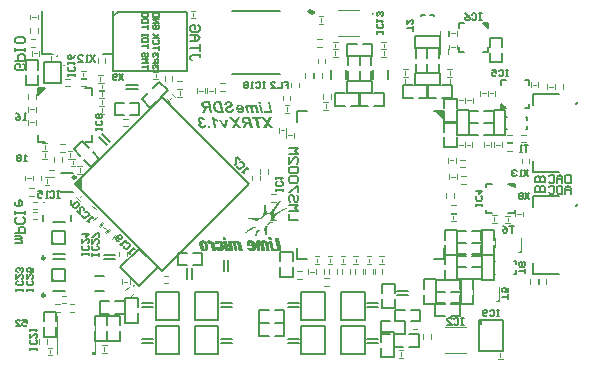
<source format=gbo>
G04*
G04 #@! TF.GenerationSoftware,Altium Limited,Altium Designer,19.1.6 (110)*
G04*
G04 Layer_Color=32896*
%FSLAX44Y44*%
%MOMM*%
G71*
G01*
G75*
%ADD10C,0.2540*%
%ADD12C,0.2000*%
%ADD13C,0.1500*%
%ADD14C,0.2500*%
%ADD15C,0.1000*%
%ADD16C,0.1270*%
%ADD212C,0.0762*%
G36*
X57750Y6750D02*
X55750D01*
Y4750D01*
X57750D01*
Y6750D01*
D02*
G37*
G36*
X22000Y69250D02*
X22000Y66250D01*
X25000Y66250D01*
X22000Y69250D01*
D02*
G37*
G36*
Y101000D02*
X22000Y98000D01*
X25000Y98000D01*
X22000Y101000D01*
D02*
G37*
G36*
X45778Y143850D02*
Y153150D01*
X41128Y148500D01*
X45778Y143850D01*
D02*
G37*
G36*
X15750Y230000D02*
X9750D01*
Y224000D01*
X15750Y230000D01*
D02*
G37*
G36*
X385750Y33500D02*
Y29500D01*
X383500D01*
Y33500D01*
X385750D01*
D02*
G37*
G36*
X413375Y146250D02*
Y149000D01*
X408000D01*
X413375Y146250D01*
D02*
G37*
G36*
X353646Y202499D02*
X353645Y210500D01*
X345646Y210499D01*
X353646Y202499D01*
D02*
G37*
G36*
X401750Y216750D02*
Y212750D01*
X405750D01*
X401750Y216750D01*
D02*
G37*
G36*
X390500Y280750D02*
Y284750D01*
X386500D01*
X390500Y280750D01*
D02*
G37*
G36*
X167043Y209000D02*
X163425D01*
X163210Y209009D01*
X163003D01*
X162825Y209019D01*
X162647Y209037D01*
X162497Y209047D01*
X162357Y209056D01*
X162235Y209075D01*
X162122Y209084D01*
X162029Y209094D01*
X161944Y209112D01*
X161879Y209122D01*
X161832Y209131D01*
X161794D01*
X161776Y209141D01*
X161766D01*
X161569Y209197D01*
X161373Y209253D01*
X161194Y209309D01*
X161026Y209375D01*
X160866Y209450D01*
X160716Y209515D01*
X160585Y209581D01*
X160463Y209647D01*
X160351Y209712D01*
X160257Y209769D01*
X160173Y209815D01*
X160107Y209862D01*
X160051Y209900D01*
X160014Y209928D01*
X159995Y209947D01*
X159985Y209956D01*
X159817Y210097D01*
X159667Y210237D01*
X159376Y210546D01*
X159245Y210706D01*
X159114Y210865D01*
X159001Y211024D01*
X158898Y211175D01*
X158814Y211315D01*
X158729Y211446D01*
X158664Y211559D01*
X158598Y211662D01*
X158551Y211746D01*
X158523Y211802D01*
X158504Y211849D01*
X158495Y211859D01*
X158392Y212093D01*
X158298Y212327D01*
X158214Y212562D01*
X158148Y212796D01*
X158092Y213030D01*
X158045Y213265D01*
X157998Y213480D01*
X157970Y213686D01*
X157942Y213883D01*
X157923Y214061D01*
X157914Y214221D01*
X157905Y214352D01*
X157895Y214464D01*
Y214549D01*
Y214596D01*
Y214614D01*
X157905Y214877D01*
X157923Y215130D01*
X157942Y215355D01*
X157970Y215551D01*
X157989Y215636D01*
X158008Y215711D01*
X158017Y215786D01*
X158027Y215842D01*
X158036Y215889D01*
X158045Y215917D01*
X158055Y215936D01*
Y215945D01*
X158120Y216170D01*
X158186Y216367D01*
X158261Y216554D01*
X158327Y216704D01*
X158392Y216835D01*
X158439Y216929D01*
X158458Y216967D01*
X158476Y216995D01*
X158486Y217004D01*
Y217014D01*
X158589Y217182D01*
X158701Y217332D01*
X158814Y217473D01*
X158917Y217585D01*
X159001Y217679D01*
X159076Y217754D01*
X159123Y217792D01*
X159142Y217810D01*
X159292Y217932D01*
X159432Y218035D01*
X159582Y218120D01*
X159714Y218195D01*
X159826Y218251D01*
X159920Y218298D01*
X159976Y218316D01*
X159985Y218326D01*
X159995D01*
X160173Y218391D01*
X160360Y218448D01*
X160538Y218485D01*
X160707Y218523D01*
X160848Y218541D01*
X160913Y218551D01*
X160960Y218560D01*
X161007D01*
X161035Y218569D01*
X161063D01*
X161129Y218579D01*
X161213D01*
X161307Y218588D01*
X161410D01*
X161635Y218598D01*
X161869Y218607D01*
X165037D01*
X167043Y209000D01*
D02*
G37*
G36*
X157342D02*
X155374D01*
X154540Y212983D01*
X153612D01*
X153490Y212974D01*
X153284Y212955D01*
X153125Y212918D01*
X152984Y212890D01*
X152881Y212852D01*
X152815Y212815D01*
X152768Y212796D01*
X152759Y212787D01*
X152675Y212721D01*
X152590Y212646D01*
X152506Y212552D01*
X152431Y212458D01*
X152281Y212252D01*
X152150Y212037D01*
X152037Y211840D01*
X152000Y211756D01*
X151962Y211681D01*
X151925Y211615D01*
X151906Y211568D01*
X151888Y211540D01*
Y211531D01*
X151756Y211221D01*
X151634Y210931D01*
X151522Y210659D01*
X151419Y210406D01*
X151325Y210181D01*
X151241Y209975D01*
X151175Y209787D01*
X151110Y209619D01*
X151053Y209469D01*
X151006Y209347D01*
X150969Y209244D01*
X150941Y209150D01*
X150913Y209084D01*
X150894Y209037D01*
X150885Y209009D01*
Y209000D01*
X148757D01*
X148907Y209375D01*
X149057Y209722D01*
X149198Y210059D01*
X149329Y210359D01*
X149460Y210650D01*
X149582Y210912D01*
X149694Y211146D01*
X149807Y211362D01*
X149901Y211549D01*
X149985Y211718D01*
X150060Y211859D01*
X150125Y211971D01*
X150172Y212065D01*
X150210Y212121D01*
X150229Y212168D01*
X150238Y212177D01*
X150360Y212374D01*
X150491Y212552D01*
X150603Y212712D01*
X150716Y212843D01*
X150810Y212936D01*
X150885Y213011D01*
X150932Y213058D01*
X150950Y213077D01*
X150678Y213124D01*
X150425Y213171D01*
X150191Y213236D01*
X149976Y213311D01*
X149779Y213386D01*
X149591Y213471D01*
X149432Y213555D01*
X149282Y213640D01*
X149151Y213724D01*
X149038Y213799D01*
X148945Y213874D01*
X148869Y213930D01*
X148804Y213986D01*
X148766Y214024D01*
X148738Y214052D01*
X148729Y214061D01*
X148598Y214211D01*
X148485Y214380D01*
X148382Y214549D01*
X148298Y214717D01*
X148232Y214886D01*
X148167Y215055D01*
X148120Y215214D01*
X148082Y215373D01*
X148054Y215523D01*
X148026Y215655D01*
X148007Y215776D01*
X147998Y215879D01*
X147989Y215964D01*
Y216029D01*
Y216076D01*
Y216086D01*
X148007Y216395D01*
X148045Y216676D01*
X148110Y216929D01*
X148148Y217042D01*
X148176Y217145D01*
X148213Y217229D01*
X148251Y217313D01*
X148279Y217379D01*
X148316Y217445D01*
X148335Y217492D01*
X148354Y217520D01*
X148373Y217539D01*
Y217548D01*
X148523Y217754D01*
X148682Y217932D01*
X148851Y218073D01*
X149010Y218185D01*
X149151Y218270D01*
X149207Y218307D01*
X149263Y218326D01*
X149310Y218344D01*
X149338Y218363D01*
X149357Y218373D01*
X149366D01*
X149488Y218410D01*
X149610Y218448D01*
X149891Y218504D01*
X150172Y218551D01*
X150444Y218579D01*
X150575Y218588D01*
X150697Y218598D01*
X150800D01*
X150894Y218607D01*
X155337D01*
X157342Y209000D01*
D02*
G37*
G36*
X171448Y218766D02*
X171729Y218738D01*
X172001Y218701D01*
X172245Y218654D01*
X172470Y218588D01*
X172676Y218523D01*
X172873Y218448D01*
X173041Y218373D01*
X173191Y218298D01*
X173323Y218223D01*
X173435Y218157D01*
X173529Y218091D01*
X173594Y218045D01*
X173651Y218007D01*
X173679Y217979D01*
X173688Y217970D01*
X173838Y217820D01*
X173979Y217651D01*
X174091Y217492D01*
X174194Y217323D01*
X174279Y217154D01*
X174344Y216985D01*
X174401Y216817D01*
X174447Y216667D01*
X174485Y216517D01*
X174513Y216386D01*
X174532Y216264D01*
X174550Y216161D01*
Y216076D01*
X174560Y216011D01*
Y215973D01*
Y215954D01*
X174550Y215701D01*
X174513Y215476D01*
X174466Y215270D01*
X174410Y215092D01*
X174363Y214942D01*
X174335Y214886D01*
X174316Y214839D01*
X174297Y214802D01*
X174279Y214774D01*
X174269Y214755D01*
Y214745D01*
X174147Y214558D01*
X174016Y214399D01*
X173885Y214249D01*
X173754Y214127D01*
X173641Y214033D01*
X173548Y213958D01*
X173510Y213939D01*
X173482Y213921D01*
X173473Y213902D01*
X173463D01*
X173360Y213836D01*
X173248Y213780D01*
X172995Y213640D01*
X172723Y213508D01*
X172451Y213377D01*
X172329Y213321D01*
X172217Y213265D01*
X172104Y213218D01*
X172010Y213180D01*
X171936Y213143D01*
X171879Y213115D01*
X171842Y213105D01*
X171832Y213096D01*
X171635Y213011D01*
X171448Y212927D01*
X171289Y212852D01*
X171139Y212777D01*
X171017Y212721D01*
X170905Y212655D01*
X170801Y212609D01*
X170717Y212562D01*
X170651Y212524D01*
X170595Y212487D01*
X170548Y212458D01*
X170511Y212430D01*
X170483Y212412D01*
X170464Y212402D01*
X170455Y212393D01*
X170333Y212280D01*
X170248Y212159D01*
X170183Y212037D01*
X170145Y211924D01*
X170117Y211821D01*
X170108Y211746D01*
X170098Y211690D01*
Y211681D01*
Y211671D01*
Y211577D01*
X170117Y211493D01*
X170164Y211334D01*
X170239Y211193D01*
X170314Y211071D01*
X170398Y210968D01*
X170473Y210903D01*
X170520Y210856D01*
X170530Y210837D01*
X170539D01*
X170623Y210781D01*
X170726Y210725D01*
X170942Y210640D01*
X171167Y210575D01*
X171401Y210537D01*
X171504Y210518D01*
X171607Y210509D01*
X171701Y210500D01*
X171776D01*
X171842Y210490D01*
X171936D01*
X172142Y210500D01*
X172339Y210509D01*
X172517Y210537D01*
X172676Y210565D01*
X172826Y210612D01*
X172957Y210650D01*
X173070Y210697D01*
X173173Y210743D01*
X173266Y210790D01*
X173341Y210837D01*
X173398Y210884D01*
X173454Y210921D01*
X173491Y210949D01*
X173519Y210978D01*
X173529Y210987D01*
X173538Y210996D01*
X173585Y211062D01*
X173622Y211137D01*
X173697Y211324D01*
X173744Y211521D01*
X173782Y211727D01*
X173810Y211915D01*
X173819Y211999D01*
X173829Y212074D01*
Y212131D01*
X173838Y212177D01*
Y212205D01*
Y212215D01*
X175722Y212112D01*
X175713Y211765D01*
X175685Y211437D01*
X175656Y211287D01*
X175628Y211146D01*
X175600Y211015D01*
X175563Y210893D01*
X175534Y210790D01*
X175497Y210687D01*
X175469Y210603D01*
X175441Y210537D01*
X175422Y210481D01*
X175403Y210443D01*
X175385Y210415D01*
Y210406D01*
X175310Y210275D01*
X175225Y210144D01*
X175028Y209909D01*
X174813Y209712D01*
X174597Y209553D01*
X174410Y209422D01*
X174326Y209375D01*
X174251Y209328D01*
X174185Y209300D01*
X174138Y209272D01*
X174110Y209262D01*
X174100Y209253D01*
X173923Y209178D01*
X173744Y209122D01*
X173379Y209019D01*
X173023Y208944D01*
X172854Y208916D01*
X172685Y208897D01*
X172535Y208878D01*
X172395Y208859D01*
X172273Y208850D01*
X172160D01*
X172076Y208841D01*
X171954D01*
X171626Y208850D01*
X171317Y208878D01*
X171036Y208925D01*
X170764Y208981D01*
X170511Y209047D01*
X170286Y209122D01*
X170070Y209206D01*
X169883Y209291D01*
X169714Y209375D01*
X169574Y209459D01*
X169452Y209534D01*
X169349Y209600D01*
X169264Y209656D01*
X169208Y209703D01*
X169171Y209731D01*
X169161Y209740D01*
X168983Y209909D01*
X168824Y210097D01*
X168693Y210275D01*
X168580Y210462D01*
X168477Y210640D01*
X168393Y210818D01*
X168327Y210996D01*
X168271Y211165D01*
X168233Y211315D01*
X168205Y211456D01*
X168177Y211587D01*
X168168Y211690D01*
X168158Y211784D01*
X168149Y211849D01*
Y211887D01*
Y211905D01*
X168158Y212093D01*
X168177Y212271D01*
X168214Y212440D01*
X168252Y212609D01*
X168308Y212758D01*
X168365Y212890D01*
X168421Y213021D01*
X168486Y213133D01*
X168552Y213236D01*
X168608Y213330D01*
X168664Y213405D01*
X168721Y213471D01*
X168758Y213527D01*
X168796Y213564D01*
X168814Y213583D01*
X168824Y213593D01*
X168927Y213677D01*
X169049Y213771D01*
X169189Y213864D01*
X169349Y213967D01*
X169517Y214061D01*
X169695Y214155D01*
X170052Y214342D01*
X170230Y214427D01*
X170389Y214502D01*
X170539Y214577D01*
X170679Y214633D01*
X170783Y214689D01*
X170867Y214727D01*
X170923Y214745D01*
X170933Y214755D01*
X170942D01*
X171139Y214839D01*
X171317Y214923D01*
X171476Y214998D01*
X171626Y215074D01*
X171757Y215139D01*
X171870Y215205D01*
X171973Y215261D01*
X172057Y215308D01*
X172132Y215355D01*
X172198Y215392D01*
X172254Y215430D01*
X172292Y215458D01*
X172320Y215476D01*
X172339Y215495D01*
X172357Y215505D01*
X172460Y215608D01*
X172545Y215730D01*
X172601Y215842D01*
X172638Y215945D01*
X172657Y216048D01*
X172666Y216123D01*
X172676Y216170D01*
Y216189D01*
X172657Y216348D01*
X172620Y216489D01*
X172563Y216611D01*
X172498Y216723D01*
X172442Y216807D01*
X172385Y216864D01*
X172348Y216910D01*
X172329Y216920D01*
X172254Y216967D01*
X172179Y217014D01*
X172001Y217089D01*
X171804Y217135D01*
X171617Y217173D01*
X171439Y217192D01*
X171364Y217201D01*
X171289Y217210D01*
X171008D01*
X170867Y217192D01*
X170736Y217173D01*
X170605Y217154D01*
X170492Y217126D01*
X170389Y217089D01*
X170305Y217060D01*
X170220Y217023D01*
X170145Y216985D01*
X170080Y216957D01*
X170023Y216920D01*
X169977Y216892D01*
X169949Y216873D01*
X169920Y216854D01*
X169902Y216835D01*
X169752Y216686D01*
X169639Y216517D01*
X169555Y216339D01*
X169489Y216170D01*
X169442Y216020D01*
X169424Y215954D01*
X169414Y215898D01*
X169405Y215851D01*
X169396Y215814D01*
Y215795D01*
Y215786D01*
X167502Y215870D01*
X167530Y216114D01*
X167577Y216339D01*
X167633Y216554D01*
X167699Y216751D01*
X167783Y216939D01*
X167868Y217117D01*
X167952Y217276D01*
X168046Y217417D01*
X168140Y217548D01*
X168224Y217660D01*
X168308Y217754D01*
X168374Y217838D01*
X168440Y217895D01*
X168486Y217941D01*
X168514Y217970D01*
X168524Y217979D01*
X168702Y218120D01*
X168899Y218241D01*
X169114Y218344D01*
X169321Y218438D01*
X169545Y218513D01*
X169761Y218579D01*
X169977Y218635D01*
X170183Y218673D01*
X170380Y218710D01*
X170558Y218738D01*
X170726Y218748D01*
X170867Y218766D01*
X170989D01*
X171073Y218776D01*
X171148D01*
X171448Y218766D01*
D02*
G37*
G36*
X198465Y216660D02*
X196591D01*
X196234Y218357D01*
X198118D01*
X198465Y216660D01*
D02*
G37*
G36*
X191417Y215864D02*
X191623Y215826D01*
X191829Y215779D01*
X192026Y215714D01*
X192214Y215639D01*
X192392Y215555D01*
X192560Y215461D01*
X192720Y215367D01*
X192870Y215273D01*
X192992Y215180D01*
X193113Y215095D01*
X193207Y215020D01*
X193282Y214955D01*
X193338Y214908D01*
X193376Y214870D01*
X193385Y214861D01*
X193216Y215714D01*
X194979D01*
X196431Y208750D01*
X194557D01*
X193891Y211946D01*
X193863Y212096D01*
X193826Y212227D01*
X193798Y212358D01*
X193779Y212462D01*
X193751Y212565D01*
X193732Y212649D01*
X193713Y212724D01*
X193694Y212790D01*
X193676Y212846D01*
X193666Y212893D01*
X193648Y212968D01*
X193629Y213005D01*
Y213015D01*
X193563Y213193D01*
X193488Y213361D01*
X193413Y213502D01*
X193348Y213614D01*
X193291Y213708D01*
X193245Y213783D01*
X193216Y213821D01*
X193207Y213839D01*
X193113Y213952D01*
X193010Y214055D01*
X192917Y214139D01*
X192832Y214214D01*
X192748Y214270D01*
X192692Y214308D01*
X192654Y214336D01*
X192635Y214345D01*
X192514Y214411D01*
X192401Y214458D01*
X192289Y214486D01*
X192195Y214514D01*
X192111Y214524D01*
X192054Y214533D01*
X191998D01*
X191886Y214524D01*
X191782Y214505D01*
X191689Y214477D01*
X191614Y214449D01*
X191558Y214411D01*
X191520Y214383D01*
X191492Y214364D01*
X191483Y214355D01*
X191417Y214280D01*
X191370Y214205D01*
X191342Y214130D01*
X191314Y214055D01*
X191304Y213999D01*
X191295Y213942D01*
Y213905D01*
Y213896D01*
Y213849D01*
X191304Y213792D01*
X191314Y213661D01*
X191342Y213502D01*
X191370Y213343D01*
X191398Y213202D01*
X191408Y213136D01*
X191417Y213071D01*
X191426Y213024D01*
X191436Y212986D01*
X191445Y212968D01*
Y212958D01*
X192317Y208750D01*
X190442D01*
X189786Y211899D01*
X189730Y212143D01*
X189674Y212368D01*
X189617Y212574D01*
X189561Y212771D01*
X189505Y212940D01*
X189439Y213090D01*
X189383Y213230D01*
X189336Y213352D01*
X189280Y213455D01*
X189233Y213549D01*
X189196Y213624D01*
X189158Y213680D01*
X189130Y213727D01*
X189111Y213755D01*
X189093Y213774D01*
Y213783D01*
X188989Y213914D01*
X188877Y214027D01*
X188774Y214130D01*
X188661Y214214D01*
X188558Y214289D01*
X188455Y214355D01*
X188352Y214402D01*
X188258Y214439D01*
X188090Y214495D01*
X188015Y214514D01*
X187959Y214524D01*
X187902Y214533D01*
X187837D01*
X187715Y214524D01*
X187602Y214505D01*
X187518Y214477D01*
X187443Y214449D01*
X187387Y214411D01*
X187340Y214383D01*
X187321Y214364D01*
X187312Y214355D01*
X187255Y214289D01*
X187209Y214214D01*
X187181Y214139D01*
X187152Y214064D01*
X187143Y213999D01*
X187134Y213942D01*
Y213905D01*
Y213896D01*
Y213867D01*
X187143Y213830D01*
X187152Y213774D01*
X187162Y213708D01*
X187190Y213568D01*
X187218Y213408D01*
X187246Y213258D01*
X187265Y213183D01*
X187274Y213118D01*
X187284Y213071D01*
X187293Y213033D01*
X187302Y213005D01*
Y212996D01*
X188202Y208750D01*
X186328D01*
X185418Y212996D01*
X185381Y213155D01*
X185353Y213305D01*
X185334Y213436D01*
X185306Y213558D01*
X185287Y213671D01*
X185278Y213774D01*
X185259Y213867D01*
X185250Y213942D01*
X185240Y214017D01*
X185231Y214074D01*
Y214121D01*
X185222Y214167D01*
Y214214D01*
Y214233D01*
X185231Y214364D01*
X185240Y214495D01*
X185297Y214730D01*
X185372Y214936D01*
X185456Y215105D01*
X185540Y215245D01*
X185578Y215292D01*
X185615Y215339D01*
X185643Y215376D01*
X185672Y215404D01*
X185681Y215414D01*
X185690Y215423D01*
X185784Y215498D01*
X185878Y215573D01*
X186093Y215686D01*
X186309Y215761D01*
X186515Y215817D01*
X186702Y215854D01*
X186787Y215864D01*
X186852D01*
X186909Y215873D01*
X186993D01*
X187265Y215854D01*
X187518Y215817D01*
X187762Y215761D01*
X187968Y215695D01*
X188062Y215658D01*
X188146Y215630D01*
X188221Y215601D01*
X188277Y215573D01*
X188333Y215555D01*
X188371Y215536D01*
X188390Y215517D01*
X188399D01*
X188633Y215376D01*
X188849Y215226D01*
X189027Y215086D01*
X189167Y214945D01*
X189289Y214823D01*
X189374Y214720D01*
X189402Y214683D01*
X189421Y214664D01*
X189439Y214645D01*
Y214636D01*
X189496Y214842D01*
X189580Y215020D01*
X189664Y215180D01*
X189758Y215311D01*
X189852Y215414D01*
X189927Y215489D01*
X189974Y215526D01*
X189983Y215545D01*
X189992D01*
X190161Y215658D01*
X190358Y215733D01*
X190564Y215789D01*
X190751Y215836D01*
X190930Y215854D01*
X191005Y215864D01*
X191070D01*
X191126Y215873D01*
X191201D01*
X191417Y215864D01*
D02*
G37*
G36*
X180704Y215854D02*
X181051Y215808D01*
X181369Y215733D01*
X181669Y215639D01*
X181941Y215526D01*
X182194Y215395D01*
X182429Y215264D01*
X182635Y215123D01*
X182813Y214983D01*
X182972Y214842D01*
X183113Y214711D01*
X183225Y214599D01*
X183310Y214505D01*
X183375Y214430D01*
X183413Y214383D01*
X183422Y214364D01*
X183563Y214149D01*
X183685Y213933D01*
X183788Y213717D01*
X183881Y213493D01*
X183956Y213277D01*
X184013Y213071D01*
X184069Y212865D01*
X184106Y212677D01*
X184144Y212499D01*
X184172Y212330D01*
X184181Y212190D01*
X184200Y212068D01*
Y211965D01*
X184209Y211890D01*
Y211843D01*
Y211824D01*
X184200Y211562D01*
X184172Y211299D01*
X184125Y211065D01*
X184069Y210840D01*
X184003Y210634D01*
X183938Y210437D01*
X183853Y210259D01*
X183769Y210100D01*
X183694Y209959D01*
X183610Y209828D01*
X183544Y209725D01*
X183469Y209631D01*
X183422Y209565D01*
X183375Y209509D01*
X183347Y209481D01*
X183338Y209472D01*
X183169Y209312D01*
X182982Y209181D01*
X182803Y209059D01*
X182607Y208966D01*
X182419Y208881D01*
X182222Y208806D01*
X182044Y208750D01*
X181866Y208703D01*
X181698Y208666D01*
X181538Y208638D01*
X181407Y208619D01*
X181285Y208609D01*
X181182Y208600D01*
X181117Y208591D01*
X181051D01*
X180863Y208600D01*
X180676Y208609D01*
X180329Y208666D01*
X180170Y208713D01*
X180020Y208750D01*
X179879Y208797D01*
X179748Y208844D01*
X179626Y208891D01*
X179523Y208937D01*
X179429Y208984D01*
X179345Y209022D01*
X179289Y209050D01*
X179242Y209078D01*
X179214Y209087D01*
X179204Y209097D01*
X179055Y209200D01*
X178914Y209303D01*
X178652Y209547D01*
X178426Y209800D01*
X178323Y209922D01*
X178230Y210043D01*
X178155Y210165D01*
X178080Y210268D01*
X178023Y210362D01*
X177977Y210446D01*
X177930Y210521D01*
X177902Y210568D01*
X177892Y210606D01*
X177883Y210615D01*
X179570Y210896D01*
X179673Y210728D01*
X179785Y210578D01*
X179898Y210446D01*
X180020Y210334D01*
X180142Y210250D01*
X180264Y210165D01*
X180385Y210100D01*
X180498Y210053D01*
X180610Y210015D01*
X180713Y209978D01*
X180807Y209959D01*
X180882Y209950D01*
X180948Y209940D01*
X181004Y209931D01*
X181042D01*
X181145Y209940D01*
X181248Y209950D01*
X181426Y209997D01*
X181595Y210062D01*
X181735Y210147D01*
X181847Y210222D01*
X181932Y210287D01*
X181988Y210334D01*
X181998Y210353D01*
X182007D01*
X182138Y210521D01*
X182232Y210709D01*
X182307Y210887D01*
X182354Y211065D01*
X182382Y211224D01*
X182391Y211290D01*
Y211356D01*
X182400Y211402D01*
Y211440D01*
Y211459D01*
Y211468D01*
Y211524D01*
X182391Y211581D01*
Y211627D01*
Y211646D01*
X177677D01*
X177630Y211852D01*
X177602Y212068D01*
X177574Y212274D01*
X177564Y212462D01*
X177555Y212621D01*
X177546Y212696D01*
Y212752D01*
Y212799D01*
Y212836D01*
Y212855D01*
Y212865D01*
X177555Y213127D01*
X177574Y213371D01*
X177611Y213596D01*
X177667Y213811D01*
X177724Y214008D01*
X177789Y214195D01*
X177855Y214355D01*
X177920Y214505D01*
X177995Y214636D01*
X178061Y214748D01*
X178127Y214852D01*
X178183Y214936D01*
X178230Y214992D01*
X178267Y215039D01*
X178295Y215067D01*
X178305Y215077D01*
X178455Y215217D01*
X178605Y215339D01*
X178773Y215442D01*
X178942Y215536D01*
X179111Y215611D01*
X179279Y215676D01*
X179439Y215733D01*
X179598Y215770D01*
X179757Y215808D01*
X179889Y215836D01*
X180020Y215845D01*
X180123Y215864D01*
X180217D01*
X180282Y215873D01*
X180338D01*
X180704Y215854D01*
D02*
G37*
G36*
X208250Y208750D02*
X201380D01*
X201043Y210353D01*
X205944D01*
X204276Y218357D01*
X206244D01*
X208250Y208750D01*
D02*
G37*
G36*
X200115D02*
X198240D01*
X196787Y215714D01*
X198662D01*
X200115Y208750D01*
D02*
G37*
G36*
X148018Y205394D02*
X148253Y205366D01*
X148468Y205329D01*
X148665Y205273D01*
X148862Y205207D01*
X149040Y205132D01*
X149209Y205057D01*
X149359Y204982D01*
X149490Y204898D01*
X149612Y204823D01*
X149715Y204748D01*
X149799Y204682D01*
X149865Y204626D01*
X149921Y204588D01*
X149949Y204560D01*
X149958Y204551D01*
X150062Y204438D01*
X150165Y204317D01*
X150352Y204054D01*
X150502Y203782D01*
X150633Y203520D01*
X150689Y203398D01*
X150736Y203286D01*
X150774Y203183D01*
X150811Y203098D01*
X150830Y203023D01*
X150849Y202967D01*
X150868Y202929D01*
Y202920D01*
X149152Y202583D01*
X149115Y202714D01*
X149077Y202836D01*
X149040Y202948D01*
X148993Y203051D01*
X148909Y203220D01*
X148824Y203361D01*
X148759Y203473D01*
X148702Y203548D01*
X148656Y203595D01*
X148646Y203604D01*
X148524Y203707D01*
X148393Y203782D01*
X148271Y203829D01*
X148159Y203867D01*
X148065Y203885D01*
X147981Y203904D01*
X147915D01*
X147765Y203895D01*
X147625Y203867D01*
X147503Y203820D01*
X147409Y203773D01*
X147325Y203717D01*
X147268Y203679D01*
X147231Y203642D01*
X147222Y203632D01*
X147128Y203520D01*
X147062Y203398D01*
X147015Y203276D01*
X146987Y203164D01*
X146959Y203051D01*
X146950Y202967D01*
Y202911D01*
Y202901D01*
Y202892D01*
Y202770D01*
X146969Y202658D01*
X147015Y202451D01*
X147081Y202273D01*
X147147Y202123D01*
X147222Y202011D01*
X147287Y201926D01*
X147334Y201870D01*
X147344Y201861D01*
X147353Y201852D01*
X147512Y201730D01*
X147700Y201636D01*
X147887Y201570D01*
X148075Y201523D01*
X148234Y201495D01*
X148309Y201486D01*
X148375D01*
X148421Y201477D01*
X148562D01*
X148628Y201486D01*
X148684D01*
X149012Y199921D01*
X148899Y199940D01*
X148806Y199949D01*
X148712D01*
X148506Y199930D01*
X148318Y199893D01*
X148168Y199837D01*
X148037Y199780D01*
X147934Y199715D01*
X147859Y199658D01*
X147812Y199621D01*
X147793Y199602D01*
X147681Y199462D01*
X147597Y199312D01*
X147531Y199152D01*
X147493Y199002D01*
X147465Y198871D01*
X147456Y198759D01*
X147447Y198721D01*
Y198693D01*
Y198674D01*
Y198665D01*
Y198543D01*
X147465Y198421D01*
X147512Y198206D01*
X147587Y198018D01*
X147662Y197859D01*
X147737Y197728D01*
X147812Y197634D01*
X147840Y197606D01*
X147859Y197578D01*
X147868Y197568D01*
X147878Y197559D01*
X147962Y197484D01*
X148046Y197418D01*
X148224Y197306D01*
X148393Y197231D01*
X148562Y197184D01*
X148712Y197146D01*
X148778Y197137D01*
X148834D01*
X148871Y197128D01*
X148937D01*
X149115Y197137D01*
X149265Y197175D01*
X149396Y197222D01*
X149509Y197278D01*
X149602Y197325D01*
X149668Y197372D01*
X149705Y197409D01*
X149724Y197418D01*
X149780Y197484D01*
X149827Y197549D01*
X149912Y197709D01*
X149977Y197887D01*
X150033Y198065D01*
X150071Y198224D01*
X150080Y198299D01*
X150099Y198365D01*
X150108Y198412D01*
Y198449D01*
X150118Y198477D01*
Y198487D01*
X151917Y198262D01*
X151880Y198027D01*
X151824Y197812D01*
X151767Y197606D01*
X151692Y197418D01*
X151617Y197240D01*
X151542Y197081D01*
X151458Y196931D01*
X151374Y196800D01*
X151299Y196678D01*
X151214Y196575D01*
X151149Y196490D01*
X151083Y196416D01*
X151036Y196359D01*
X150999Y196322D01*
X150971Y196294D01*
X150961Y196284D01*
X150811Y196162D01*
X150652Y196059D01*
X150483Y195966D01*
X150315Y195881D01*
X150146Y195816D01*
X149977Y195759D01*
X149818Y195713D01*
X149658Y195675D01*
X149518Y195647D01*
X149387Y195628D01*
X149265Y195609D01*
X149162Y195600D01*
X149077D01*
X149012Y195591D01*
X148956D01*
X148656Y195600D01*
X148375Y195647D01*
X148112Y195703D01*
X147859Y195778D01*
X147625Y195872D01*
X147400Y195975D01*
X147203Y196087D01*
X147025Y196200D01*
X146856Y196312D01*
X146715Y196425D01*
X146594Y196528D01*
X146491Y196622D01*
X146406Y196697D01*
X146350Y196753D01*
X146313Y196800D01*
X146303Y196809D01*
X146172Y196978D01*
X146050Y197146D01*
X145947Y197325D01*
X145863Y197493D01*
X145788Y197653D01*
X145731Y197821D01*
X145675Y197971D01*
X145638Y198121D01*
X145610Y198253D01*
X145581Y198374D01*
X145563Y198487D01*
X145553Y198580D01*
Y198655D01*
X145544Y198712D01*
Y198749D01*
Y198759D01*
X145553Y198965D01*
X145591Y199162D01*
X145638Y199340D01*
X145684Y199499D01*
X145741Y199640D01*
X145788Y199743D01*
X145806Y199780D01*
X145825Y199808D01*
X145835Y199818D01*
Y199827D01*
X145956Y200014D01*
X146097Y200174D01*
X146247Y200315D01*
X146397Y200436D01*
X146528Y200530D01*
X146631Y200605D01*
X146678Y200633D01*
X146706Y200643D01*
X146725Y200661D01*
X146734D01*
X146462Y200783D01*
X146219Y200914D01*
X146013Y201064D01*
X145844Y201205D01*
X145703Y201336D01*
X145647Y201392D01*
X145610Y201448D01*
X145572Y201486D01*
X145544Y201514D01*
X145535Y201533D01*
X145525Y201542D01*
X145450Y201655D01*
X145375Y201777D01*
X145272Y202011D01*
X145188Y202236D01*
X145141Y202442D01*
X145122Y202536D01*
X145103Y202630D01*
X145094Y202705D01*
Y202770D01*
X145085Y202817D01*
Y202864D01*
Y202883D01*
Y202892D01*
X145094Y203079D01*
X145113Y203267D01*
X145150Y203435D01*
X145197Y203604D01*
X145244Y203764D01*
X145300Y203904D01*
X145366Y204045D01*
X145431Y204167D01*
X145497Y204279D01*
X145563Y204373D01*
X145619Y204457D01*
X145666Y204532D01*
X145713Y204588D01*
X145750Y204626D01*
X145769Y204654D01*
X145778Y204663D01*
X145910Y204795D01*
X146059Y204907D01*
X146219Y205010D01*
X146378Y205095D01*
X146547Y205160D01*
X146715Y205226D01*
X146875Y205273D01*
X147034Y205310D01*
X147193Y205338D01*
X147334Y205366D01*
X147456Y205385D01*
X147568Y205394D01*
X147653Y205404D01*
X147784D01*
X148018Y205394D01*
D02*
G37*
G36*
X158347Y205151D02*
X158628Y204898D01*
X158928Y204663D01*
X159237Y204429D01*
X159547Y204214D01*
X159856Y204007D01*
X160165Y203820D01*
X160465Y203642D01*
X160746Y203492D01*
X161009Y203351D01*
X161243Y203229D01*
X161440Y203126D01*
X161534Y203079D01*
X161609Y203042D01*
X161674Y203014D01*
X161740Y202986D01*
X161777Y202967D01*
X161815Y202948D01*
X161833Y202939D01*
X161843D01*
X162199Y201261D01*
X161965Y201317D01*
X161730Y201383D01*
X161506Y201458D01*
X161290Y201523D01*
X161196Y201561D01*
X161103Y201598D01*
X161028Y201627D01*
X160962Y201655D01*
X160906Y201674D01*
X160868Y201692D01*
X160840Y201702D01*
X160831D01*
X160550Y201823D01*
X160296Y201945D01*
X160062Y202058D01*
X159865Y202170D01*
X159772Y202217D01*
X159697Y202264D01*
X159631Y202301D01*
X159575Y202330D01*
X159528Y202358D01*
X159500Y202376D01*
X159481Y202395D01*
X159472D01*
X160859Y195750D01*
X158966D01*
X156950Y205413D01*
X158084D01*
X158347Y205151D01*
D02*
G37*
G36*
X168863Y195750D02*
X167241D01*
X162958Y202714D01*
X164992D01*
X166726Y199771D01*
X166745Y199733D01*
X166773Y199687D01*
X166801Y199630D01*
X166838Y199565D01*
X166914Y199415D01*
X166998Y199265D01*
X167082Y199115D01*
X167120Y199049D01*
X167148Y198993D01*
X167176Y198937D01*
X167195Y198899D01*
X167204Y198881D01*
X167213Y198871D01*
X167279Y198740D01*
X167345Y198627D01*
X167401Y198524D01*
X167448Y198431D01*
X167495Y198356D01*
X167532Y198290D01*
X167560Y198224D01*
X167588Y198178D01*
X167635Y198112D01*
X167654Y198065D01*
X167673Y198046D01*
Y198037D01*
X167682Y198121D01*
X167701Y198224D01*
X167710Y198337D01*
X167729Y198459D01*
X167766Y198731D01*
X167813Y199002D01*
X167832Y199133D01*
X167851Y199255D01*
X167869Y199368D01*
X167888Y199471D01*
X167898Y199555D01*
X167907Y199611D01*
X167916Y199658D01*
Y199668D01*
X168404Y202714D01*
X170250D01*
X168863Y195750D01*
D02*
G37*
G36*
X155751D02*
X153886D01*
X153501Y197568D01*
X155366D01*
X155751Y195750D01*
D02*
G37*
G36*
X205264Y200586D02*
X209500Y195750D01*
X206941D01*
X205629Y197193D01*
X205442Y197400D01*
X205273Y197596D01*
X205123Y197775D01*
X204992Y197924D01*
X204870Y198065D01*
X204767Y198196D01*
X204673Y198309D01*
X204589Y198402D01*
X204523Y198487D01*
X204467Y198552D01*
X204429Y198609D01*
X204392Y198655D01*
X204364Y198693D01*
X204345Y198712D01*
X204336Y198731D01*
X204298Y198637D01*
X204251Y198524D01*
X204195Y198402D01*
X204139Y198281D01*
X204017Y198018D01*
X203886Y197756D01*
X203820Y197634D01*
X203764Y197521D01*
X203717Y197418D01*
X203670Y197325D01*
X203633Y197250D01*
X203605Y197193D01*
X203586Y197156D01*
X203577Y197146D01*
X202836Y195750D01*
X200606D01*
X202967Y200305D01*
X198572Y205357D01*
X201084D01*
X202583Y203679D01*
X202789Y203445D01*
X203014Y203183D01*
X203239Y202920D01*
X203445Y202676D01*
X203549Y202564D01*
X203633Y202461D01*
X203717Y202367D01*
X203783Y202283D01*
X203839Y202217D01*
X203877Y202170D01*
X203905Y202133D01*
X203914Y202123D01*
X203942Y202189D01*
X203970Y202245D01*
X203989Y202283D01*
X203998Y202292D01*
X204102Y202508D01*
X204195Y202695D01*
X204280Y202864D01*
X204355Y203004D01*
X204411Y203126D01*
X204467Y203239D01*
X204514Y203323D01*
X204542Y203398D01*
X204580Y203454D01*
X204598Y203501D01*
X204617Y203539D01*
X204626Y203557D01*
X204645Y203585D01*
Y203595D01*
X205592Y205357D01*
X207644D01*
X205264Y200586D01*
D02*
G37*
G36*
X178421D02*
X182657Y195750D01*
X180098D01*
X178786Y197193D01*
X178599Y197400D01*
X178430Y197596D01*
X178280Y197775D01*
X178149Y197924D01*
X178027Y198065D01*
X177924Y198196D01*
X177830Y198309D01*
X177746Y198402D01*
X177680Y198487D01*
X177624Y198552D01*
X177586Y198609D01*
X177549Y198655D01*
X177521Y198693D01*
X177502Y198712D01*
X177493Y198731D01*
X177455Y198637D01*
X177408Y198524D01*
X177352Y198402D01*
X177296Y198281D01*
X177174Y198018D01*
X177043Y197756D01*
X176977Y197634D01*
X176921Y197521D01*
X176874Y197418D01*
X176827Y197325D01*
X176790Y197250D01*
X176762Y197193D01*
X176743Y197156D01*
X176733Y197146D01*
X175993Y195750D01*
X173762D01*
X176124Y200305D01*
X171728Y205357D01*
X174240D01*
X175740Y203679D01*
X175946Y203445D01*
X176171Y203183D01*
X176396Y202920D01*
X176602Y202676D01*
X176705Y202564D01*
X176790Y202461D01*
X176874Y202367D01*
X176940Y202283D01*
X176996Y202217D01*
X177033Y202170D01*
X177062Y202133D01*
X177071Y202123D01*
X177099Y202189D01*
X177127Y202245D01*
X177146Y202283D01*
X177155Y202292D01*
X177258Y202508D01*
X177352Y202695D01*
X177436Y202864D01*
X177511Y203004D01*
X177568Y203126D01*
X177624Y203239D01*
X177671Y203323D01*
X177699Y203398D01*
X177736Y203454D01*
X177755Y203501D01*
X177774Y203539D01*
X177783Y203557D01*
X177802Y203585D01*
Y203595D01*
X178749Y205357D01*
X180801D01*
X178421Y200586D01*
D02*
G37*
G36*
X198525Y203754D02*
X195722D01*
X197391Y195750D01*
X195422D01*
X193754Y203754D01*
X190952D01*
X190614Y205357D01*
X198187D01*
X198525Y203754D01*
D02*
G37*
G36*
X191345Y195750D02*
X189377D01*
X188543Y199733D01*
X187615D01*
X187493Y199724D01*
X187287Y199705D01*
X187128Y199668D01*
X186987Y199640D01*
X186884Y199602D01*
X186818Y199565D01*
X186772Y199546D01*
X186762Y199536D01*
X186678Y199471D01*
X186593Y199396D01*
X186509Y199302D01*
X186434Y199209D01*
X186284Y199002D01*
X186153Y198787D01*
X186040Y198590D01*
X186003Y198505D01*
X185965Y198431D01*
X185928Y198365D01*
X185909Y198318D01*
X185891Y198290D01*
Y198281D01*
X185759Y197971D01*
X185637Y197681D01*
X185525Y197409D01*
X185422Y197156D01*
X185328Y196931D01*
X185244Y196725D01*
X185178Y196537D01*
X185113Y196369D01*
X185056Y196219D01*
X185009Y196097D01*
X184972Y195994D01*
X184944Y195900D01*
X184916Y195834D01*
X184897Y195788D01*
X184888Y195759D01*
Y195750D01*
X182760D01*
X182910Y196125D01*
X183060Y196472D01*
X183201Y196809D01*
X183332Y197109D01*
X183463Y197400D01*
X183585Y197662D01*
X183697Y197896D01*
X183810Y198112D01*
X183904Y198299D01*
X183988Y198468D01*
X184063Y198609D01*
X184128Y198721D01*
X184175Y198815D01*
X184213Y198871D01*
X184232Y198918D01*
X184241Y198927D01*
X184363Y199124D01*
X184494Y199302D01*
X184606Y199462D01*
X184719Y199593D01*
X184813Y199687D01*
X184888Y199762D01*
X184935Y199808D01*
X184953Y199827D01*
X184681Y199874D01*
X184428Y199921D01*
X184194Y199986D01*
X183979Y200061D01*
X183782Y200136D01*
X183594Y200221D01*
X183435Y200305D01*
X183285Y200389D01*
X183154Y200474D01*
X183041Y200549D01*
X182948Y200624D01*
X182873Y200680D01*
X182807Y200736D01*
X182770Y200774D01*
X182741Y200802D01*
X182732Y200811D01*
X182601Y200961D01*
X182488Y201130D01*
X182385Y201299D01*
X182301Y201467D01*
X182235Y201636D01*
X182170Y201805D01*
X182123Y201964D01*
X182085Y202123D01*
X182057Y202273D01*
X182029Y202404D01*
X182010Y202526D01*
X182001Y202630D01*
X181992Y202714D01*
Y202780D01*
Y202826D01*
Y202836D01*
X182010Y203145D01*
X182048Y203426D01*
X182113Y203679D01*
X182151Y203792D01*
X182179Y203895D01*
X182216Y203979D01*
X182254Y204063D01*
X182282Y204129D01*
X182320Y204195D01*
X182338Y204242D01*
X182357Y204270D01*
X182376Y204288D01*
Y204298D01*
X182526Y204504D01*
X182685Y204682D01*
X182854Y204823D01*
X183013Y204935D01*
X183154Y205019D01*
X183210Y205057D01*
X183266Y205076D01*
X183313Y205095D01*
X183341Y205113D01*
X183360Y205123D01*
X183369D01*
X183491Y205160D01*
X183613Y205198D01*
X183894Y205254D01*
X184175Y205301D01*
X184447Y205329D01*
X184578Y205338D01*
X184700Y205347D01*
X184803D01*
X184897Y205357D01*
X189340D01*
X191345Y195750D01*
D02*
G37*
%LPC*%
G36*
X163397Y217023D02*
X162094D01*
X161954Y217014D01*
X161813D01*
X161691Y217004D01*
X161588Y216995D01*
X161485Y216985D01*
X161391Y216976D01*
X161316Y216967D01*
X161251Y216948D01*
X161194Y216939D01*
X161138Y216929D01*
X161101Y216920D01*
X161054Y216910D01*
X161035Y216901D01*
X160857Y216826D01*
X160698Y216723D01*
X160567Y216611D01*
X160445Y216498D01*
X160351Y216386D01*
X160276Y216301D01*
X160257Y216264D01*
X160238Y216236D01*
X160220Y216226D01*
Y216217D01*
X160163Y216114D01*
X160107Y216001D01*
X160023Y215758D01*
X159967Y215505D01*
X159920Y215252D01*
X159910Y215139D01*
X159901Y215027D01*
X159892Y214933D01*
Y214848D01*
X159882Y214774D01*
Y214727D01*
Y214689D01*
Y214680D01*
Y214455D01*
X159901Y214249D01*
X159920Y214042D01*
X159948Y213846D01*
X159976Y213668D01*
X160014Y213489D01*
X160042Y213330D01*
X160079Y213190D01*
X160117Y213049D01*
X160154Y212936D01*
X160192Y212833D01*
X160220Y212749D01*
X160248Y212683D01*
X160267Y212627D01*
X160276Y212599D01*
X160285Y212590D01*
X160445Y212280D01*
X160613Y211999D01*
X160688Y211868D01*
X160773Y211756D01*
X160857Y211653D01*
X160932Y211549D01*
X160998Y211465D01*
X161063Y211390D01*
X161119Y211324D01*
X161176Y211268D01*
X161213Y211231D01*
X161241Y211203D01*
X161260Y211184D01*
X161269Y211175D01*
X161429Y211053D01*
X161588Y210940D01*
X161738Y210856D01*
X161869Y210790D01*
X161991Y210743D01*
X162085Y210706D01*
X162122Y210697D01*
X162150Y210687D01*
X162160Y210678D01*
X162169D01*
X162263Y210659D01*
X162375Y210631D01*
X162619Y210603D01*
X162882Y210575D01*
X163135Y210565D01*
X163256Y210556D01*
X163378D01*
X163472Y210546D01*
X164756D01*
X163397Y217023D01*
D02*
G37*
G36*
X153706Y217004D02*
X151363D01*
X151222Y216995D01*
X151091Y216985D01*
X150978Y216976D01*
X150875Y216967D01*
X150781Y216957D01*
X150697Y216939D01*
X150632Y216929D01*
X150566Y216910D01*
X150519Y216892D01*
X150444Y216873D01*
X150397Y216854D01*
X150388Y216845D01*
X150313Y216789D01*
X150247Y216732D01*
X150135Y216611D01*
X150060Y216479D01*
X150013Y216357D01*
X149976Y216236D01*
X149966Y216142D01*
X149957Y216104D01*
Y216076D01*
Y216067D01*
Y216058D01*
X149966Y215898D01*
X150004Y215739D01*
X150050Y215598D01*
X150107Y215467D01*
X150163Y215355D01*
X150210Y215280D01*
X150247Y215223D01*
X150257Y215214D01*
Y215205D01*
X150379Y215064D01*
X150510Y214942D01*
X150650Y214839D01*
X150781Y214755D01*
X150903Y214699D01*
X150997Y214652D01*
X151035Y214633D01*
X151053Y214624D01*
X151072Y214614D01*
X151081D01*
X151194Y214586D01*
X151316Y214549D01*
X151466Y214530D01*
X151625Y214502D01*
X151803Y214492D01*
X151972Y214474D01*
X152328Y214455D01*
X152497Y214445D01*
X152656Y214436D01*
X152806D01*
X152937Y214427D01*
X154240D01*
X153706Y217004D01*
D02*
G37*
G36*
X180592Y214533D02*
X180535D01*
X180329Y214514D01*
X180142Y214467D01*
X179982Y214411D01*
X179851Y214336D01*
X179748Y214261D01*
X179673Y214205D01*
X179626Y214158D01*
X179608Y214139D01*
X179495Y213980D01*
X179411Y213792D01*
X179345Y213605D01*
X179307Y213418D01*
X179279Y213239D01*
X179270Y213174D01*
Y213108D01*
X179261Y213052D01*
Y213015D01*
Y212986D01*
Y212977D01*
Y212921D01*
Y212855D01*
Y212808D01*
Y212799D01*
Y212790D01*
X182204D01*
X182166Y212949D01*
X182129Y213090D01*
X182091Y213230D01*
X182035Y213352D01*
X181988Y213464D01*
X181941Y213577D01*
X181885Y213671D01*
X181838Y213755D01*
X181782Y213830D01*
X181735Y213896D01*
X181698Y213952D01*
X181660Y213999D01*
X181632Y214036D01*
X181604Y214064D01*
X181595Y214074D01*
X181585Y214083D01*
X181491Y214158D01*
X181407Y214233D01*
X181220Y214345D01*
X181051Y214420D01*
X180882Y214477D01*
X180742Y214514D01*
X180685Y214524D01*
X180629D01*
X180592Y214533D01*
D02*
G37*
G36*
X187709Y203754D02*
X185366D01*
X185225Y203745D01*
X185094Y203736D01*
X184981Y203726D01*
X184878Y203717D01*
X184785Y203707D01*
X184700Y203689D01*
X184635Y203679D01*
X184569Y203661D01*
X184522Y203642D01*
X184447Y203623D01*
X184400Y203604D01*
X184391Y203595D01*
X184316Y203539D01*
X184250Y203482D01*
X184138Y203361D01*
X184063Y203229D01*
X184016Y203107D01*
X183979Y202986D01*
X183969Y202892D01*
X183960Y202854D01*
Y202826D01*
Y202817D01*
Y202808D01*
X183969Y202648D01*
X184007Y202489D01*
X184053Y202348D01*
X184110Y202217D01*
X184166Y202105D01*
X184213Y202030D01*
X184250Y201973D01*
X184260Y201964D01*
Y201955D01*
X184382Y201814D01*
X184513Y201692D01*
X184653Y201589D01*
X184785Y201505D01*
X184906Y201448D01*
X185000Y201402D01*
X185038Y201383D01*
X185056Y201374D01*
X185075Y201364D01*
X185084D01*
X185197Y201336D01*
X185319Y201299D01*
X185469Y201280D01*
X185628Y201252D01*
X185806Y201242D01*
X185975Y201224D01*
X186331Y201205D01*
X186500Y201196D01*
X186659Y201186D01*
X186809D01*
X186940Y201177D01*
X188243D01*
X187709Y203754D01*
D02*
G37*
%LPD*%
D10*
X15570Y54450D02*
G03*
X15570Y54450I-1270J0D01*
G01*
Y85950D02*
G03*
X15570Y85950I-1270J0D01*
G01*
D12*
X293309Y292750D02*
G03*
X293309Y292750I-559J0D01*
G01*
X91275Y62529D02*
G03*
X91275Y62529I-353J0D01*
G01*
X14559Y133000D02*
G03*
X14559Y133000I-559J0D01*
G01*
X26077Y256750D02*
G03*
X26077Y256750I-327J0D01*
G01*
X32000Y249000D02*
G03*
X32000Y249000I-250J0D01*
G01*
X383559Y24250D02*
G03*
X383559Y24250I-559J0D01*
G01*
X9750Y230000D02*
X15750D01*
X9750Y224000D02*
Y230000D01*
Y224000D02*
X15750Y230000D01*
X9750Y184000D02*
Y190000D01*
Y184000D02*
X15750D01*
X55750D02*
Y190000D01*
X49750Y184000D02*
X55750D01*
Y224000D02*
Y230000D01*
X49750D02*
X55750D01*
X174250Y241500D02*
X214250D01*
X174250Y295500D02*
X214250D01*
X353645Y201500D02*
Y210500D01*
X344645D02*
X353645D01*
Y85500D02*
Y94500D01*
X344645Y85500D02*
X353645D01*
X228645D02*
X237645D01*
X228645D02*
Y94500D01*
Y210500D02*
X237645D01*
X228645Y201500D02*
Y210500D01*
X45778Y143850D02*
Y153150D01*
X41128Y148500D02*
X114667Y222039D01*
X114667Y74961D02*
X188206Y148500D01*
X41128D02*
X114667Y74961D01*
X114667Y222039D02*
X188206Y148500D01*
X429000Y72250D02*
Y81750D01*
Y72250D02*
X450460D01*
X429000Y138250D02*
X450460D01*
X429000Y128750D02*
Y138250D01*
X73500Y244500D02*
X135500D01*
Y294500D01*
X73500Y244500D02*
Y290500D01*
X77500Y294500D01*
X135500D01*
X429000Y158750D02*
Y168250D01*
Y158750D02*
X450460D01*
X429000Y224750D02*
X450460D01*
X429000Y215250D02*
Y224750D01*
X-2835Y250332D02*
X-1503Y248999D01*
Y246333D01*
X-2835Y245000D01*
X-8167D01*
X-9500Y246333D01*
Y248999D01*
X-8167Y250332D01*
X-5501D01*
Y247666D01*
X-9500Y252997D02*
X-1503D01*
Y256996D01*
X-2835Y258329D01*
X-5501D01*
X-6834Y256996D01*
Y252997D01*
X-1503Y260995D02*
Y263661D01*
Y262328D01*
X-9500D01*
Y260995D01*
Y263661D01*
X-1503Y271658D02*
Y268992D01*
X-2835Y267659D01*
X-8167D01*
X-9500Y268992D01*
Y271658D01*
X-8167Y272991D01*
X-2835D01*
X-1503Y271658D01*
X230160Y117750D02*
X222163D01*
Y123082D01*
Y125747D02*
X230160D01*
X227495Y128413D01*
X230160Y131079D01*
X222163D01*
X228827Y139076D02*
X230160Y137744D01*
Y135078D01*
X228827Y133745D01*
X227495D01*
X226162Y135078D01*
Y137744D01*
X224829Y139076D01*
X223496D01*
X222163Y137744D01*
Y135078D01*
X223496Y133745D01*
X230160Y141742D02*
Y147074D01*
X228827D01*
X223496Y141742D01*
X222163D01*
X228827Y149740D02*
X230160Y151073D01*
Y153738D01*
X228827Y155071D01*
X223496D01*
X222163Y153738D01*
Y151073D01*
X223496Y149740D01*
X228827D01*
Y157737D02*
X230160Y159070D01*
Y161736D01*
X228827Y163069D01*
X223496D01*
X222163Y161736D01*
Y159070D01*
X223496Y157737D01*
X228827D01*
X222163Y171066D02*
Y165735D01*
X227495Y171066D01*
X228827D01*
X230160Y169733D01*
Y167067D01*
X228827Y165735D01*
X222163Y173732D02*
X230160D01*
X227495Y176398D01*
X230160Y179063D01*
X222163D01*
X-9374Y99012D02*
X-4042D01*
Y100345D01*
X-5375Y101677D01*
X-9374D01*
X-5375D01*
X-4042Y103010D01*
X-5375Y104343D01*
X-9374D01*
Y107009D02*
X-1376D01*
Y111008D01*
X-2709Y112341D01*
X-5375D01*
X-6708Y111008D01*
Y107009D01*
X-2709Y120338D02*
X-1376Y119005D01*
Y116339D01*
X-2709Y115007D01*
X-8041D01*
X-9374Y116339D01*
Y119005D01*
X-8041Y120338D01*
X-1376Y123004D02*
Y125670D01*
Y124337D01*
X-9374D01*
Y123004D01*
Y125670D01*
Y133667D02*
Y131001D01*
X-8041Y129668D01*
X-5375D01*
X-4042Y131001D01*
Y133667D01*
X-5375Y135000D01*
X-6708D01*
Y129668D01*
X146747Y258832D02*
Y256166D01*
Y257499D01*
X140083D01*
X138750Y256166D01*
Y254833D01*
X140083Y253500D01*
X146747Y261497D02*
Y266829D01*
Y264163D01*
X138750D01*
Y269495D02*
X144082D01*
X146747Y272161D01*
X144082Y274827D01*
X138750D01*
X142749D01*
Y269495D01*
X145414Y282824D02*
X146747Y281491D01*
Y278825D01*
X145414Y277492D01*
X140083D01*
X138750Y278825D01*
Y281491D01*
X140083Y282824D01*
X142749D01*
Y280158D01*
X438747Y141999D02*
X430750D01*
Y145997D01*
X432083Y147330D01*
X433416D01*
X434749Y145997D01*
Y141999D01*
Y145997D01*
X436082Y147330D01*
X437415D01*
X438747Y145997D01*
Y141999D01*
Y149996D02*
X430750D01*
Y153995D01*
X432083Y155328D01*
X433416D01*
X434749Y153995D01*
Y149996D01*
Y153995D01*
X436082Y155328D01*
X437415D01*
X438747Y153995D01*
Y149996D01*
D13*
X27250Y141750D02*
G03*
X27250Y141750I-500J0D01*
G01*
X29500Y142250D02*
X39500D01*
X29500Y158250D02*
X39500D01*
X95164Y62176D02*
X111074Y78085D01*
X79255D02*
X95164Y62176D01*
X79255Y78085D02*
X95164Y93995D01*
X111074Y78085D01*
X14000Y117675D02*
Y122000D01*
X37500Y117675D02*
Y122000D01*
Y131000D02*
Y135325D01*
X13250Y258750D02*
Y294750D01*
Y258750D02*
X22000D01*
X64500D02*
X73250D01*
Y294750D01*
X109250Y4500D02*
X129250D01*
X109250D02*
Y28500D01*
X129250D01*
Y4500D02*
Y28500D01*
X408000Y149000D02*
X413375Y146250D01*
Y149000D01*
X408000D02*
X413375D01*
X388625D02*
X394000Y149000D01*
X388625Y146250D02*
X388625Y149000D01*
X388625Y124000D02*
Y126750D01*
Y124000D02*
X394000D01*
X408000Y124000D02*
X413375Y124000D01*
Y126750D01*
X386500Y284750D02*
X390500Y280750D01*
Y284750D01*
X386500D02*
X390500D01*
X366500D02*
X370500D01*
X366500Y280750D02*
Y284750D01*
Y260750D02*
Y264750D01*
Y260750D02*
X370500D01*
X386500D02*
X390500D01*
Y264750D01*
X395577Y83295D02*
X396827D01*
X395577Y72795D02*
Y83295D01*
Y72795D02*
X396827D01*
X412827Y83295D02*
X414077D01*
X412827Y72795D02*
X414077D01*
Y80545D02*
Y83295D01*
Y72795D02*
Y75545D01*
X15000Y233750D02*
Y251750D01*
X29000D01*
Y233750D02*
Y251750D01*
X15000Y233750D02*
X29000D01*
X383500Y7500D02*
Y33500D01*
X403500D01*
Y7500D02*
Y33500D01*
X383500Y7500D02*
X403500D01*
X22000Y66250D02*
Y76750D01*
X32500D01*
X22000Y66250D02*
X32500D01*
Y76750D01*
Y98000D02*
Y108500D01*
X22000Y98000D02*
X32500D01*
X22000Y108500D02*
X32500D01*
X22000Y98000D02*
Y108500D01*
X423760Y195250D02*
Y198000D01*
Y203000D02*
Y205750D01*
X422510Y195250D02*
X423760D01*
X422510Y205750D02*
X423760D01*
X405260Y195250D02*
X406510D01*
X405260D02*
Y205750D01*
X406510D01*
X401750Y232750D02*
Y236750D01*
X405750D01*
X421750D02*
X425750D01*
Y232750D02*
Y236750D01*
Y212750D02*
Y216750D01*
X421750Y212750D02*
X425750D01*
X401750D02*
X405750D01*
X401750D02*
Y216750D01*
X405750Y212750D01*
X342000Y292052D02*
X344750D01*
X334250D02*
X337000D01*
X344750Y290802D02*
Y292052D01*
X334250Y290802D02*
Y292052D01*
X344750Y273552D02*
Y274802D01*
X334250Y273552D02*
X344750D01*
X334250D02*
Y274802D01*
X142250Y57500D02*
X162250Y57500D01*
Y33500D02*
Y57500D01*
X142250Y33500D02*
X162250D01*
X142250D02*
Y57500D01*
X109250D02*
X129250Y57500D01*
Y33500D02*
Y57500D01*
X109250Y33500D02*
X129250D01*
X109250D02*
Y57500D01*
X142250Y4500D02*
X162250Y4500D01*
X142250Y4500D02*
Y28500D01*
X162250D01*
Y4500D02*
Y28500D01*
X266250Y33500D02*
Y57500D01*
Y33500D02*
X286250D01*
Y57500D01*
X266250D02*
X286250D01*
X232750Y4500D02*
X252750D01*
X232750D02*
Y28500D01*
X252750D01*
Y4500D02*
Y28500D01*
X266250Y4500D02*
X286250D01*
X266250D02*
Y28500D01*
X286250D01*
Y4500D02*
Y28500D01*
X232750Y57500D02*
X252750D01*
Y33500D02*
Y57500D01*
X232750Y33500D02*
X252750D01*
X232750D02*
Y57500D01*
X-750Y203000D02*
X-2583D01*
X-1666D01*
Y208498D01*
X-750Y207582D01*
X-8997Y208498D02*
X-7164Y207582D01*
X-5332Y205749D01*
Y203916D01*
X-6248Y203000D01*
X-8081D01*
X-8997Y203916D01*
Y204833D01*
X-8081Y205749D01*
X-5332D01*
X460667Y140250D02*
Y144915D01*
X458335Y147248D01*
X456002Y144915D01*
Y140250D01*
Y143749D01*
X460667D01*
X453669Y147248D02*
Y140250D01*
X450171D01*
X449004Y141416D01*
Y146081D01*
X450171Y147248D01*
X453669D01*
X442006Y146081D02*
X443173Y147248D01*
X445505D01*
X446672Y146081D01*
Y141416D01*
X445505Y140250D01*
X443173D01*
X442006Y141416D01*
X111998Y262417D02*
Y265749D01*
Y264083D01*
X107000D01*
X111165Y270747D02*
X111998Y269914D01*
Y268248D01*
X111165Y267415D01*
X107833D01*
X107000Y268248D01*
Y269914D01*
X107833Y270747D01*
X111998Y272413D02*
X107000D01*
X108666D01*
X111998Y275746D01*
X109499Y273246D01*
X107000Y275746D01*
X0Y167750D02*
X-1833D01*
X-916D01*
Y173248D01*
X0Y172332D01*
X-4582D02*
X-5498Y173248D01*
X-7331D01*
X-8247Y172332D01*
Y171416D01*
X-7331Y170499D01*
X-8247Y169583D01*
Y168666D01*
X-7331Y167750D01*
X-5498D01*
X-4582Y168666D01*
Y169583D01*
X-5498Y170499D01*
X-4582Y171416D01*
Y172332D01*
X-5498Y170499D02*
X-7331D01*
X-3415Y33498D02*
X250D01*
Y30749D01*
X-1583Y31665D01*
X-2499D01*
X-3415Y30749D01*
Y28916D01*
X-2499Y28000D01*
X-666D01*
X250Y28916D01*
X-8913Y28000D02*
X-5248D01*
X-8913Y31665D01*
Y32582D01*
X-7997Y33498D01*
X-6164D01*
X-5248Y32582D01*
X111415Y282999D02*
X112248Y282166D01*
Y280500D01*
X111415Y279667D01*
X108083D01*
X107250Y280500D01*
Y282166D01*
X108083Y282999D01*
X109749D01*
Y281333D01*
X107250Y284665D02*
X112248D01*
X107250Y287997D01*
X112248D01*
Y289663D02*
X107250D01*
Y292162D01*
X108083Y292995D01*
X111415D01*
X112248Y292162D01*
Y289663D01*
X102498Y279667D02*
Y282999D01*
Y281333D01*
X97500D01*
X102498Y284665D02*
X97500D01*
Y287164D01*
X98333Y287997D01*
X101665D01*
X102498Y287164D01*
Y284665D01*
Y292162D02*
Y290496D01*
X101665Y289663D01*
X98333D01*
X97500Y290496D01*
Y292162D01*
X98333Y292996D01*
X101665D01*
X102498Y292162D01*
X460667Y156498D02*
Y149500D01*
X457168D01*
X456002Y150666D01*
Y155331D01*
X457168Y156498D01*
X460667D01*
X453669Y149500D02*
Y154165D01*
X451337Y156498D01*
X449004Y154165D01*
Y149500D01*
Y152999D01*
X453669D01*
X442006Y155331D02*
X443173Y156498D01*
X445505D01*
X446672Y155331D01*
Y150666D01*
X445505Y149500D01*
X443173D01*
X442006Y150666D01*
X102498Y263750D02*
Y267082D01*
Y265416D01*
X97500D01*
X102498Y268748D02*
X97500D01*
Y271247D01*
X98333Y272080D01*
X101665D01*
X102498Y271247D01*
Y268748D01*
Y273746D02*
Y275413D01*
Y274580D01*
X97500D01*
Y273746D01*
Y275413D01*
X102498Y245917D02*
Y249249D01*
Y247583D01*
X97500D01*
Y250915D02*
X102498D01*
X100832Y252581D01*
X102498Y254247D01*
X97500D01*
X101665Y259245D02*
X102498Y258412D01*
Y256746D01*
X101665Y255913D01*
X100832D01*
X99999Y256746D01*
Y258412D01*
X99166Y259245D01*
X98333D01*
X97500Y258412D01*
Y256746D01*
X98333Y255913D01*
X110915Y245917D02*
X111748Y246750D01*
Y248416D01*
X110915Y249249D01*
X110082D01*
X109249Y248416D01*
Y247583D01*
Y248416D01*
X108416Y249249D01*
X107583D01*
X106750Y248416D01*
Y246750D01*
X107583Y245917D01*
X106750Y250915D02*
X111748D01*
Y253414D01*
X110915Y254247D01*
X109249D01*
X108416Y253414D01*
Y250915D01*
X110915Y255913D02*
X111748Y256746D01*
Y258412D01*
X110915Y259246D01*
X110082D01*
X109249Y258412D01*
Y257579D01*
Y258412D01*
X108416Y259246D01*
X107583D01*
X106750Y258412D01*
Y256746D01*
X107583Y255913D01*
X63998Y194000D02*
Y195833D01*
Y194916D01*
X58500D01*
Y194000D01*
Y195833D01*
X63082Y202247D02*
X63998Y201331D01*
Y199498D01*
X63082Y198582D01*
X59416D01*
X58500Y199498D01*
Y201331D01*
X59416Y202247D01*
X63082Y204080D02*
X63998Y204996D01*
Y206829D01*
X63082Y207745D01*
X62165D01*
X61249Y206829D01*
X60333Y207745D01*
X59416D01*
X58500Y206829D01*
Y204996D01*
X59416Y204080D01*
X60333D01*
X61249Y204996D01*
X62165Y204080D01*
X63082D01*
X61249Y204996D02*
Y206829D01*
X28000Y142571D02*
X26167D01*
X27084D01*
Y137072D01*
X28000D01*
X26167D01*
X19753Y141654D02*
X20669Y142571D01*
X22502D01*
X23418Y141654D01*
Y137989D01*
X22502Y137072D01*
X20669D01*
X19753Y137989D01*
X17920Y137072D02*
X16087D01*
X17004D01*
Y142571D01*
X17920Y141654D01*
X9673Y142571D02*
X13338D01*
Y139822D01*
X11505Y140738D01*
X10589D01*
X9673Y139822D01*
Y137989D01*
X10589Y137072D01*
X12422D01*
X13338Y137989D01*
X400250Y41998D02*
X398417D01*
X399334D01*
Y36500D01*
X400250D01*
X398417D01*
X392003Y41082D02*
X392919Y41998D01*
X394752D01*
X395668Y41082D01*
Y37416D01*
X394752Y36500D01*
X392919D01*
X392003Y37416D01*
X390170D02*
X389254Y36500D01*
X387421D01*
X386505Y37416D01*
Y41082D01*
X387421Y41998D01*
X389254D01*
X390170Y41082D01*
Y40166D01*
X389254Y39249D01*
X386505D01*
X82000Y241748D02*
X78334Y236250D01*
Y241748D02*
X82000Y236250D01*
X76502Y237166D02*
X75585Y236250D01*
X73753D01*
X72836Y237166D01*
Y240832D01*
X73753Y241748D01*
X75585D01*
X76502Y240832D01*
Y239916D01*
X75585Y238999D01*
X72836D01*
X40748Y239750D02*
Y241583D01*
Y240666D01*
X35250D01*
Y239750D01*
Y241583D01*
X39832Y247997D02*
X40748Y247081D01*
Y245248D01*
X39832Y244332D01*
X36166D01*
X35250Y245248D01*
Y247081D01*
X36166Y247997D01*
X35250Y249830D02*
Y251663D01*
Y250746D01*
X40748D01*
X39832Y249830D01*
X40748Y258077D02*
X39832Y256245D01*
X37999Y254412D01*
X36166D01*
X35250Y255328D01*
Y257161D01*
X36166Y258077D01*
X37083D01*
X37999Y257161D01*
Y254412D01*
X422248Y73250D02*
Y76915D01*
Y75083D01*
X416750D01*
X421332Y78748D02*
X422248Y79665D01*
Y81497D01*
X421332Y82414D01*
X420415D01*
X419499Y81497D01*
X418583Y82414D01*
X417666D01*
X416750Y81497D01*
Y79665D01*
X417666Y78748D01*
X418583D01*
X419499Y79665D01*
X420415Y78748D01*
X421332D01*
X419499Y79665D02*
Y81497D01*
X412500Y112998D02*
X408834D01*
X410667D01*
Y107500D01*
X403336Y112998D02*
X405169Y112082D01*
X407002Y110249D01*
Y108416D01*
X406085Y107500D01*
X404253D01*
X403336Y108416D01*
Y109333D01*
X404253Y110249D01*
X407002D01*
X327248Y278500D02*
Y282166D01*
Y280333D01*
X321750D01*
Y287664D02*
Y283998D01*
X325415Y287664D01*
X326332D01*
X327248Y286747D01*
Y284915D01*
X326332Y283998D01*
X407748Y51500D02*
Y55166D01*
Y53333D01*
X402250D01*
X407748Y60664D02*
Y56998D01*
X404999D01*
X405915Y58831D01*
Y59747D01*
X404999Y60664D01*
X403166D01*
X402250Y59747D01*
Y57915D01*
X403166Y56998D01*
X424750Y181498D02*
X421085D01*
X422917D01*
Y176000D01*
X419252D02*
X417419D01*
X418335D01*
Y181498D01*
X419252Y180582D01*
X385250Y292998D02*
X383417D01*
X384334D01*
Y287500D01*
X385250D01*
X383417D01*
X377003Y292082D02*
X377919Y292998D01*
X379752D01*
X380668Y292082D01*
Y288416D01*
X379752Y287500D01*
X377919D01*
X377003Y288416D01*
X371505Y292998D02*
X373337Y292082D01*
X375170Y290249D01*
Y288416D01*
X374254Y287500D01*
X372421D01*
X371505Y288416D01*
Y289333D01*
X372421Y290249D01*
X375170D01*
X385748Y130000D02*
Y131833D01*
Y130916D01*
X380250D01*
Y130000D01*
Y131833D01*
X384832Y138247D02*
X385748Y137331D01*
Y135498D01*
X384832Y134582D01*
X381166D01*
X380250Y135498D01*
Y137331D01*
X381166Y138247D01*
X380250Y142829D02*
X385748D01*
X382999Y140080D01*
Y143745D01*
X408000Y245498D02*
X406167D01*
X407084D01*
Y240000D01*
X408000D01*
X406167D01*
X399753Y244582D02*
X400669Y245498D01*
X402502D01*
X403418Y244582D01*
Y240916D01*
X402502Y240000D01*
X400669D01*
X399753Y240916D01*
X394254Y245498D02*
X397920D01*
Y242749D01*
X396087Y243666D01*
X395171D01*
X394254Y242749D01*
Y240916D01*
X395171Y240000D01*
X397004D01*
X397920Y240916D01*
X425750Y141248D02*
X422085Y135750D01*
Y141248D02*
X425750Y135750D01*
X420252Y140332D02*
X419335Y141248D01*
X417503D01*
X416586Y140332D01*
Y139416D01*
X417503Y138499D01*
X416586Y137583D01*
Y136666D01*
X417503Y135750D01*
X419335D01*
X420252Y136666D01*
Y137583D01*
X419335Y138499D01*
X420252Y139416D01*
Y140332D01*
X419335Y138499D02*
X417503D01*
X425000Y160748D02*
X421334Y155250D01*
Y160748D02*
X425000Y155250D01*
X419502D02*
X417669D01*
X418585D01*
Y160748D01*
X419502Y159832D01*
X414920D02*
X414003Y160748D01*
X412171D01*
X411254Y159832D01*
Y158916D01*
X412171Y157999D01*
X413087D01*
X412171D01*
X411254Y157083D01*
Y156166D01*
X412171Y155250D01*
X414003D01*
X414920Y156166D01*
X52748Y88250D02*
Y90083D01*
Y89166D01*
X47250D01*
Y88250D01*
Y90083D01*
X51832Y96497D02*
X52748Y95581D01*
Y93748D01*
X51832Y92832D01*
X48166D01*
X47250Y93748D01*
Y95581D01*
X48166Y96497D01*
X47250Y101995D02*
Y98330D01*
X50915Y101995D01*
X51832D01*
X52748Y101079D01*
Y99246D01*
X51832Y98330D01*
X47250Y106577D02*
X52748D01*
X49999Y103828D01*
Y107494D01*
X5498Y58283D02*
Y60115D01*
Y59199D01*
X0D01*
Y58283D01*
Y60115D01*
X4582Y66530D02*
X5498Y65613D01*
Y63781D01*
X4582Y62864D01*
X916D01*
X0Y63781D01*
Y65613D01*
X916Y66530D01*
X0Y72028D02*
Y68363D01*
X3665Y72028D01*
X4582D01*
X5498Y71112D01*
Y69279D01*
X4582Y68363D01*
X5498Y77526D02*
Y73861D01*
X2749D01*
X3665Y75694D01*
Y76610D01*
X2749Y77526D01*
X916D01*
X0Y76610D01*
Y74777D01*
X916Y73861D01*
X-3002Y58250D02*
Y60083D01*
Y59166D01*
X-8500D01*
Y58250D01*
Y60083D01*
X-3918Y66497D02*
X-3002Y65581D01*
Y63748D01*
X-3918Y62832D01*
X-7584D01*
X-8500Y63748D01*
Y65581D01*
X-7584Y66497D01*
X-8500Y71996D02*
Y68330D01*
X-4834Y71996D01*
X-3918D01*
X-3002Y71079D01*
Y69246D01*
X-3918Y68330D01*
Y73828D02*
X-3002Y74745D01*
Y76577D01*
X-3918Y77494D01*
X-4834D01*
X-5751Y76577D01*
Y75661D01*
Y76577D01*
X-6667Y77494D01*
X-7584D01*
X-8500Y76577D01*
Y74745D01*
X-7584Y73828D01*
X60998Y88000D02*
Y89833D01*
Y88916D01*
X55500D01*
Y88000D01*
Y89833D01*
X60082Y96247D02*
X60998Y95331D01*
Y93498D01*
X60082Y92582D01*
X56416D01*
X55500Y93498D01*
Y95331D01*
X56416Y96247D01*
X55500Y101746D02*
Y98080D01*
X59166Y101746D01*
X60082D01*
X60998Y100829D01*
Y98996D01*
X60082Y98080D01*
X60998Y103578D02*
Y107244D01*
X60082D01*
X56416Y103578D01*
X55500D01*
X57750Y257498D02*
X54085Y252000D01*
Y257498D02*
X57750Y252000D01*
X52252D02*
X50419D01*
X51335D01*
Y257498D01*
X52252Y256582D01*
X44005Y252000D02*
X47670D01*
X44005Y255665D01*
Y256582D01*
X44921Y257498D01*
X46754D01*
X47670Y256582D01*
X187638Y161638D02*
X186342Y162934D01*
X186990Y162286D01*
X183102Y158398D01*
X183750Y157750D01*
X182454Y159046D01*
X181158Y166822D02*
X182454Y166822D01*
X183750Y165526D01*
X183750Y164230D01*
X181158Y161638D01*
X179862D01*
X178566Y162934D01*
Y164230D01*
X180510Y168766D02*
X177918Y171357D01*
X177270Y170709D01*
Y165526D01*
X176622Y164878D01*
X56388Y120138D02*
X55092Y121434D01*
X55740Y120786D01*
X51852Y116898D01*
X52500Y116250D01*
X51204Y117546D01*
X49908Y125322D02*
X51204Y125322D01*
X52500Y124026D01*
X52500Y122730D01*
X49908Y120138D01*
X48612D01*
X47316Y121434D01*
Y122730D01*
X42780Y125970D02*
X45372Y123378D01*
Y128561D01*
X46020Y129209D01*
X47316Y129209D01*
X48612Y127914D01*
X48612Y126618D01*
X44724Y130505D02*
Y131801D01*
X43428Y133097D01*
X42133D01*
X39541Y130505D01*
Y129209D01*
X40837Y127914D01*
X42133D01*
X44724Y130505D01*
X91638Y93388D02*
X90342Y94684D01*
X90990Y94036D01*
X87102Y90148D01*
X87750Y89500D01*
X86454Y90796D01*
X85158Y98572D02*
X86454Y98572D01*
X87750Y97276D01*
X87750Y95980D01*
X85158Y93388D01*
X83862D01*
X82566Y94684D01*
Y95980D01*
X80622Y96628D02*
X79326Y97924D01*
X79974Y97276D01*
X83862Y101164D01*
X83862Y99867D01*
X78030Y100515D02*
X76734D01*
X75438Y101812D01*
Y103107D01*
X78030Y105699D01*
X79326Y105699D01*
X80622Y104403D01*
X80622Y103107D01*
X79974Y102459D01*
X78678D01*
X76734Y104403D01*
X202250Y234998D02*
X200417D01*
X201334D01*
Y229500D01*
X202250D01*
X200417D01*
X194003Y234082D02*
X194919Y234998D01*
X196752D01*
X197668Y234082D01*
Y230416D01*
X196752Y229500D01*
X194919D01*
X194003Y230416D01*
X192170Y229500D02*
X190337D01*
X191254D01*
Y234998D01*
X192170Y234082D01*
X187588D02*
X186672Y234998D01*
X184839D01*
X183923Y234082D01*
Y233165D01*
X184839Y232249D01*
X183923Y231333D01*
Y230416D01*
X184839Y229500D01*
X186672D01*
X187588Y230416D01*
Y231333D01*
X186672Y232249D01*
X187588Y233165D01*
Y234082D01*
X186672Y232249D02*
X184839D01*
X302248Y276000D02*
Y277833D01*
Y276916D01*
X296750D01*
Y276000D01*
Y277833D01*
X301332Y284247D02*
X302248Y283331D01*
Y281498D01*
X301332Y280582D01*
X297666D01*
X296750Y281498D01*
Y283331D01*
X297666Y284247D01*
X296750Y286080D02*
Y287913D01*
Y286996D01*
X302248D01*
X301332Y286080D01*
Y290662D02*
X302248Y291578D01*
Y293411D01*
X301332Y294327D01*
X300415D01*
X299499Y293411D01*
Y292495D01*
Y293411D01*
X298583Y294327D01*
X297666D01*
X296750Y293411D01*
Y291578D01*
X297666Y290662D01*
X8748Y8250D02*
Y10083D01*
Y9166D01*
X3250D01*
Y8250D01*
Y10083D01*
X7832Y16497D02*
X8748Y15581D01*
Y13748D01*
X7832Y12832D01*
X4166D01*
X3250Y13748D01*
Y15581D01*
X4166Y16497D01*
X3250Y21995D02*
Y18330D01*
X6916Y21995D01*
X7832D01*
X8748Y21079D01*
Y19246D01*
X7832Y18330D01*
X3250Y23828D02*
Y25661D01*
Y24745D01*
X8748D01*
X7832Y23828D01*
X370000Y34998D02*
X368167D01*
X369084D01*
Y29500D01*
X370000D01*
X368167D01*
X361753Y34082D02*
X362669Y34998D01*
X364502D01*
X365418Y34082D01*
Y30416D01*
X364502Y29500D01*
X362669D01*
X361753Y30416D01*
X356255Y29500D02*
X359920D01*
X356255Y33166D01*
Y34082D01*
X357171Y34998D01*
X359004D01*
X359920Y34082D01*
X216748Y142500D02*
Y144333D01*
Y143416D01*
X211250D01*
Y142500D01*
Y144333D01*
X215832Y150747D02*
X216748Y149831D01*
Y147998D01*
X215832Y147082D01*
X212166D01*
X211250Y147998D01*
Y149831D01*
X212166Y150747D01*
X211250Y152580D02*
Y154413D01*
Y153496D01*
X216748D01*
X215832Y152580D01*
X217834Y234998D02*
X221500D01*
Y232249D01*
X219667D01*
X221500D01*
Y229500D01*
X216002Y234998D02*
Y229500D01*
X212336D01*
X206838D02*
X210504D01*
X206838Y233165D01*
Y234082D01*
X207754Y234998D01*
X209587D01*
X210504Y234082D01*
D14*
X241500Y294500D02*
G03*
X241500Y294500I-1250J0D01*
G01*
X41671Y154157D02*
G03*
X41671Y154157I-1250J0D01*
G01*
X465750Y130500D02*
G03*
X465750Y130500I-250J0D01*
G01*
X243250Y294000D02*
G03*
X243250Y294000I-1250J0D01*
G01*
X465750Y217000D02*
G03*
X465750Y217000I-250J0D01*
G01*
D15*
X146250Y227750D02*
X149250D01*
X144500Y225750D02*
Y229750D01*
X151000Y225750D02*
Y229750D01*
X164000Y233800D02*
X168000D01*
X164000Y227300D02*
X168000D01*
X63500Y229500D02*
Y232500D01*
X61500Y227750D02*
X65500D01*
X61500Y234250D02*
X65500D01*
X63500Y223250D02*
Y226250D01*
X61500Y221500D02*
X65500D01*
X61500Y228000D02*
X65500D01*
X154750Y227750D02*
X157750D01*
X159500Y225750D02*
Y229750D01*
X153000Y225750D02*
Y229750D01*
X44939Y137189D02*
X47061Y139311D01*
X42288Y137366D02*
X45116Y134538D01*
X46884Y141962D02*
X49712Y139134D01*
X18950Y160750D02*
X22950D01*
X18950Y154250D02*
X22950D01*
X17250Y149500D02*
Y152500D01*
X15250Y154250D02*
X19250D01*
X15250Y147750D02*
X19250D01*
X450Y153800D02*
X3450D01*
X-1300Y151800D02*
Y155800D01*
X5200Y151800D02*
Y155800D01*
X11950Y151800D02*
Y155800D01*
X5450Y151800D02*
Y155800D01*
X3000Y200750D02*
X6000D01*
X7750Y198750D02*
Y202750D01*
X1250Y198750D02*
Y202750D01*
X3000Y211750D02*
X6000D01*
X1250Y209750D02*
Y213750D01*
X7750Y209750D02*
Y213750D01*
X63550Y216700D02*
X63550Y219700D01*
X61550Y214950D02*
X65550D01*
X61550Y221450D02*
X65550D01*
X63500Y209750D02*
Y212750D01*
X61500Y208000D02*
X65500D01*
X61500Y214500D02*
X65500D01*
X1250Y220950D02*
Y224950D01*
X7750Y220950D02*
Y224950D01*
X28250Y176000D02*
X32250D01*
X28250Y182500D02*
X32250D01*
X23500Y167500D02*
Y171500D01*
X30000Y167500D02*
Y171500D01*
X39250Y165250D02*
Y168250D01*
X37250Y163500D02*
X41250D01*
X37250Y170000D02*
X41250D01*
X36750Y171750D02*
Y174750D01*
X34750Y170000D02*
X38750D01*
X34750Y176500D02*
X38750D01*
X15250Y171750D02*
Y174750D01*
X13250Y170000D02*
X17250D01*
X13250Y176500D02*
X17250D01*
X15250Y178250D02*
Y181250D01*
X13250Y183000D02*
X17250D01*
X13250Y176500D02*
X17250D01*
X48250Y239750D02*
Y242750D01*
X46250Y238000D02*
X50250D01*
X46250Y244500D02*
X50250D01*
X62500Y236000D02*
Y239000D01*
X60500Y234250D02*
X64500D01*
X60500Y240750D02*
X64500D01*
X32500Y231250D02*
X36500D01*
X32500Y237750D02*
X36500D01*
X46250Y231250D02*
X50250D01*
X46250Y237750D02*
X50250D01*
X10750Y13250D02*
Y17250D01*
X17250Y13250D02*
Y17250D01*
X263750Y296250D02*
X281750D01*
X263750Y274250D02*
X281750D01*
X416845Y91045D02*
X418345Y92545D01*
X415845Y91045D02*
X418345D01*
X418345Y103045D01*
X396345Y95045D02*
Y103045D01*
X29750Y47500D02*
X33750D01*
X29750Y54000D02*
X33750D01*
X116912Y235800D02*
Y239800D01*
X123412Y235800D02*
Y239800D01*
X127750Y229250D02*
X131750D01*
X127750Y235750D02*
X131750D01*
X419250Y166000D02*
Y170000D01*
X425750Y166000D02*
Y170000D01*
X426250Y64050D02*
X426250Y68050D01*
X432750D02*
X432750Y64050D01*
X433750Y64000D02*
Y68000D01*
X440250Y64000D02*
Y68000D01*
X317000Y3000D02*
Y6000D01*
X315000Y7750D02*
X319000D01*
X315000Y1250D02*
X319000D01*
X377750Y53500D02*
Y61500D01*
X399750Y49500D02*
Y61500D01*
X397250Y49500D02*
X399750D01*
X398250Y49500D02*
X399750Y51000D01*
X354000Y27750D02*
X372000D01*
X354000Y5750D02*
X372000D01*
X247250Y284000D02*
X251250D01*
X247250Y290500D02*
X251250D01*
X249250Y285750D02*
Y288750D01*
X399050Y750D02*
X403050D01*
X399050Y7250D02*
X403050D01*
X401050Y5500D02*
X401050Y2500D01*
X63977Y12250D02*
X67977D01*
X63977Y5750D02*
X67977D01*
X65977Y10500D02*
X65977Y7500D01*
X139000Y295500D02*
X143000D01*
X139000Y289000D02*
X143000D01*
X141000Y290750D02*
Y293750D01*
X36566Y40416D02*
X40566D01*
X36566Y46916D02*
X40566D01*
X24238Y40416D02*
X28238Y40416D01*
X24238Y46916D02*
X28238Y46916D01*
X342500Y17500D02*
Y21500D01*
X336000Y17500D02*
Y21500D01*
X326950Y32439D02*
X330950D01*
X326950Y25939D02*
X330950D01*
X223250Y219500D02*
Y223500D01*
X216750Y219500D02*
Y223500D01*
X230500Y230500D02*
Y234500D01*
X224000Y230500D02*
Y234500D01*
X197250Y20000D02*
X197250D01*
X43000Y163750D02*
X47000D01*
X43000Y157250D02*
X47000D01*
X45000Y162000D02*
X45000Y159000D01*
X407000Y176500D02*
X411000D01*
X407000Y183000D02*
X411000Y183000D01*
X418950Y183750D02*
X422950D01*
X418950Y190250D02*
X422950D01*
X406950Y183750D02*
X410950Y183750D01*
X406950Y190250D02*
X410950Y190250D01*
X118538Y220366D02*
X121366Y217538D01*
X123134Y224962D02*
X125962Y222134D01*
X121189Y220189D02*
X123311Y222311D01*
X5000Y289950D02*
X8000Y289950D01*
X3250Y291950D02*
X3250Y287950D01*
X9750D02*
Y291950D01*
X302500Y264500D02*
Y267500D01*
X300500Y269250D02*
X304500D01*
X300500Y262750D02*
X304500D01*
X261500Y258000D02*
Y261000D01*
X259500Y262750D02*
X263500D01*
X259500Y256250D02*
X263500D01*
X388750Y182000D02*
X391750D01*
X393500Y180000D02*
Y184000D01*
X387000Y180000D02*
Y184000D01*
X397500Y182000D02*
X400500D01*
X395750Y180000D02*
Y184000D01*
X402250Y180000D02*
Y184000D01*
X302500Y258000D02*
Y261000D01*
X300500Y256250D02*
X304500D01*
X300500Y262750D02*
X304500D01*
X385750Y225500D02*
X388750D01*
X390500Y223500D02*
Y227500D01*
X384000Y223500D02*
Y227500D01*
X261500Y264500D02*
Y267500D01*
X259500Y262750D02*
X263500D01*
X259500Y269250D02*
X263500D01*
X392250Y225500D02*
X395250D01*
X390500Y223500D02*
Y227500D01*
X397000Y223500D02*
Y227500D01*
X358300Y241000D02*
Y244000D01*
X356300Y245750D02*
X360300D01*
X356300Y239250D02*
X360300D01*
X372750Y181750D02*
X375750D01*
X377500Y179750D02*
Y183750D01*
X371000Y179750D02*
Y183750D01*
X358300Y234500D02*
Y237500D01*
X356300Y232750D02*
X360300D01*
X356300Y239250D02*
X360300D01*
X366250Y181750D02*
X369250D01*
X364500Y179750D02*
Y183750D01*
X371000Y179750D02*
Y183750D01*
X320700Y241000D02*
Y244000D01*
X318700Y239250D02*
X322700D01*
X318700Y245750D02*
X322700D01*
X373000Y219500D02*
X376000D01*
X371250Y217500D02*
Y221500D01*
X377750Y217500D02*
Y221500D01*
X320700Y234500D02*
Y237500D01*
X318700Y239250D02*
X322700D01*
X318700Y232750D02*
X322700D01*
X366500Y219500D02*
X369500D01*
X371250Y217500D02*
Y221500D01*
X364750Y217500D02*
Y221500D01*
X220500Y210750D02*
Y213750D01*
X218500Y215500D02*
X222500D01*
X218500Y209000D02*
X222500D01*
X107450Y243800D02*
X111450D01*
X107450Y237300D02*
X111450D01*
X109450Y242050D02*
X109450Y239050D01*
X127800Y222300D02*
X131800Y222300D01*
X127800Y228800D02*
X131800Y228800D01*
X129800Y224050D02*
X129800Y227050D01*
X191000Y151750D02*
Y155750D01*
X197500Y151750D02*
Y155750D01*
X204250Y157350D02*
Y161350D01*
X197750Y157350D02*
Y161350D01*
X356750Y258750D02*
Y262750D01*
X350250Y258750D02*
Y262750D01*
X238500Y72500D02*
Y76500D01*
X245000Y72500D02*
Y76500D01*
X240250Y74500D02*
X243250D01*
X252250Y69000D02*
X256250D01*
X252250Y62500D02*
X256250D01*
X229200Y74957D02*
X233200D01*
X229200Y68457D02*
X233200D01*
X82500Y66000D02*
X85500D01*
X87250Y64000D02*
Y68000D01*
X80750Y64000D02*
Y68000D01*
X55750Y6750D02*
X57750D01*
X55750Y4750D02*
Y6750D01*
Y4750D02*
X57750D01*
X25750D02*
Y36750D01*
X57750Y4750D02*
Y36750D01*
X207175Y140220D02*
X211175D01*
X207175Y133720D02*
X211175D01*
X243500Y238500D02*
Y242500D01*
X250000Y238500D02*
Y242500D01*
X3500Y265000D02*
X7500Y265000D01*
X3500Y271500D02*
X7500D01*
X246300Y264550D02*
X250300D01*
X246300Y271050D02*
X250300D01*
X9750Y276750D02*
Y280750D01*
X3250Y276750D02*
Y280750D01*
X236000Y238500D02*
Y242500D01*
X242500Y238500D02*
Y242500D01*
X60250Y250950D02*
X60250Y254950D01*
X66750D02*
X66750Y250950D01*
X253000Y250750D02*
Y254750D01*
X246500Y250750D02*
Y254750D01*
X20800Y253750D02*
Y256750D01*
X18800Y258500D02*
X22800D01*
X18800Y252000D02*
X22800D01*
X6000Y259250D02*
X9000Y259250D01*
X10750Y257250D02*
Y261250D01*
X4250Y257250D02*
Y261250D01*
X116157Y64458D02*
X120157D01*
X116157Y70957D02*
X120157D01*
X84750Y87250D02*
X84750Y91250D01*
X78250Y87250D02*
Y91250D01*
X88270Y53867D02*
X91099Y56695D01*
X83674Y58463D02*
X86502Y61292D01*
X361250Y118650D02*
Y121650D01*
X359250Y123400D02*
X363250D01*
X359250Y116900D02*
X363250D01*
X420000Y121250D02*
X420000Y125250D01*
X413500D02*
X413500Y121250D01*
X415250Y123250D02*
X418250D01*
X361750Y136750D02*
Y140750D01*
X355250Y136750D02*
Y140750D01*
X5250Y133750D02*
X9250D01*
X5250Y127250D02*
X9250D01*
X5250Y125308D02*
X9250Y125308D01*
X5250Y118808D02*
X9250Y118808D01*
X17995Y3500D02*
X21995D01*
X17995Y10000D02*
X21995D01*
X19995Y5250D02*
Y8250D01*
X2243Y144997D02*
X6243D01*
X2243Y138497D02*
X6243D01*
X359500Y154850D02*
X362500D01*
X357750Y152850D02*
Y156850D01*
X364250Y152850D02*
Y156850D01*
X454000Y229000D02*
Y233000D01*
X447500Y229000D02*
Y233000D01*
X442750Y231000D02*
X445750Y231000D01*
X447500Y229000D02*
Y233000D01*
X441000Y229000D02*
Y233000D01*
X428700Y232550D02*
X431700D01*
X426950Y230550D02*
Y234550D01*
X433450Y230550D02*
Y234550D01*
X350500Y274050D02*
Y278050D01*
X357000Y274050D02*
Y278050D01*
X359750Y276050D02*
X362750D01*
X358000Y274050D02*
Y278050D01*
X364500Y274050D02*
Y278050D01*
X359500Y264500D02*
X362500D01*
X364250Y262500D02*
Y266500D01*
X357750Y262500D02*
Y266500D01*
X395985Y117600D02*
X395985Y120600D01*
X393985Y115850D02*
X397985Y115850D01*
X393985Y122350D02*
X397985Y122350D01*
X407250Y117000D02*
Y120000D01*
X405250Y121750D02*
X409250D01*
X405250Y115250D02*
X409250D01*
X51199Y125558D02*
X54028Y122730D01*
X55795Y130154D02*
X58624Y127326D01*
X72235Y102330D02*
X75064Y105158D01*
X67639Y106926D02*
X70468Y109754D01*
X61275Y113290D02*
X64104Y116118D01*
X56679Y117886D02*
X59508Y120715D01*
X81679Y204000D02*
X85679D01*
X81679Y197500D02*
X85679D01*
X62159Y112406D02*
X64988Y115234D01*
X66755Y107810D02*
X69584Y110638D01*
X64811Y112583D02*
X66932Y110462D01*
X359250Y130750D02*
X363250D01*
X359250Y124250D02*
X363250D01*
X251000Y221000D02*
Y225000D01*
X257500Y221000D02*
Y225000D01*
X251250Y217750D02*
X255250D01*
X251250Y211250D02*
X255250D01*
X253250Y213000D02*
Y216000D01*
X220000Y187750D02*
Y191750D01*
X226500Y187750D02*
Y191750D01*
X221750Y189750D02*
X224750D01*
X213500Y192000D02*
Y196000D01*
X220000Y192000D02*
Y196000D01*
X215250Y194000D02*
X218250D01*
X287865Y87250D02*
X291865D01*
X287865Y80750D02*
X291865D01*
X289865Y82500D02*
Y85500D01*
X293250Y72500D02*
Y76500D01*
X286750Y72500D02*
Y76500D01*
X284750Y72500D02*
Y76500D01*
X278250Y72500D02*
Y76500D01*
X276750Y87250D02*
X280750D01*
X276750Y80750D02*
X280750D01*
X278750Y82500D02*
Y85500D01*
X265950Y87250D02*
X269950D01*
X265950Y80750D02*
X269950D01*
X267950Y82500D02*
Y85500D01*
X274000Y72500D02*
Y76500D01*
X267500Y72500D02*
Y76500D01*
X298750Y80750D02*
X302750D01*
X298750Y87250D02*
X302750D01*
X300750Y82500D02*
Y85500D01*
X301250Y72500D02*
Y76500D01*
X294750Y72500D02*
Y76500D01*
X254950Y87250D02*
X258950D01*
X254950Y80750D02*
X258950D01*
X256950Y82500D02*
Y85500D01*
X262950Y72500D02*
Y76500D01*
X256450Y72500D02*
Y76500D01*
X243950Y87250D02*
X247950D01*
X243950Y80750D02*
X247950Y80750D01*
X245950Y85500D02*
X245950Y82500D01*
X252000Y72500D02*
Y76500D01*
X245500Y72500D02*
Y76500D01*
X363250Y166750D02*
Y170750D01*
X356750Y166750D02*
Y170750D01*
X358500Y168750D02*
X361500D01*
X367050Y169200D02*
X371050D01*
X367050Y162700D02*
X371050D01*
X368250Y148800D02*
X372250D01*
X368250Y155300D02*
X372250D01*
D16*
X215000Y91250D02*
X226000D01*
X215000Y83250D02*
Y91250D01*
Y70250D02*
Y78250D01*
Y70250D02*
X226000D01*
Y78250D01*
Y83250D02*
Y91250D01*
X83250Y38250D02*
Y49250D01*
X75250D02*
X83250D01*
X62250D02*
X70250D01*
X62250Y38250D02*
Y49250D01*
Y38250D02*
X70250D01*
X75250D02*
X83250D01*
X83250Y31250D02*
X94250D01*
Y39250D01*
Y44250D02*
Y52250D01*
X83250D02*
X94250D01*
X83250Y44250D02*
Y52250D01*
Y31250D02*
Y39250D01*
X320750Y22000D02*
Y33000D01*
X312750D02*
X320750D01*
X299750D02*
X307750D01*
X299750Y22000D02*
Y33000D01*
Y22000D02*
X307750D01*
X312750D02*
X320750D01*
X306100Y237440D02*
Y245060D01*
X293400Y237440D02*
Y245060D01*
X221238Y13722D02*
X230762D01*
X221238Y17278D02*
X230762D01*
X257900Y237440D02*
Y245060D01*
X270600Y237440D02*
Y245060D01*
X385025Y109545D02*
X396025D01*
X385025Y101545D02*
Y109545D01*
Y88545D02*
Y96545D01*
Y88545D02*
X396025D01*
Y96545D01*
Y101545D02*
Y109545D01*
X366975Y68035D02*
X377975D01*
X366975Y60035D02*
Y68035D01*
Y47035D02*
Y55035D01*
Y47035D02*
X377975D01*
Y55035D01*
Y60035D02*
Y68035D01*
X170778Y74738D02*
Y84262D01*
X167222Y74738D02*
Y84262D01*
X313738Y54472D02*
X323262D01*
X313738Y58028D02*
X323262D01*
X312250Y42250D02*
X320250D01*
X325250D02*
X333250D01*
Y32250D02*
Y42250D01*
X325250Y32250D02*
X333250D01*
X312250D02*
X320250D01*
X312250D02*
Y42250D01*
X324000Y11000D02*
X332000D01*
X311000D02*
X319000D01*
X311000D02*
Y22000D01*
X319000D01*
X324000D02*
X332000D01*
Y11000D02*
Y22000D01*
X48982Y168697D02*
X54639Y163040D01*
X39790Y177889D02*
X45447Y172232D01*
X39790Y177889D02*
X46861Y184960D01*
X52518Y179303D01*
X56053Y175768D02*
X61710Y170111D01*
X54639Y163040D02*
X61710Y170111D01*
X64230Y191224D02*
X70965Y184489D01*
X61716Y188709D02*
X68450Y181975D01*
X128000Y90000D02*
X136000D01*
X141000D02*
X149000D01*
Y80000D02*
Y90000D01*
X141000Y80000D02*
X149000D01*
X128000D02*
X136000D01*
X128000D02*
Y90000D01*
X136222Y67988D02*
Y77512D01*
X139778Y67988D02*
Y77512D01*
X87500Y206969D02*
X95500D01*
X74500D02*
X82500D01*
X74500D02*
Y216969D01*
X82500D01*
X87500D02*
X95500D01*
Y206969D02*
Y216969D01*
X97540Y220347D02*
X103197Y226004D01*
X106732Y229539D02*
X112389Y235196D01*
X119460Y228125D01*
X113803Y222468D02*
X119460Y228125D01*
X104611Y213276D02*
X110268Y218933D01*
X97540Y220347D02*
X104611Y213276D01*
X84488Y228722D02*
X94012D01*
X84488Y232278D02*
X94012D01*
X-250Y232500D02*
Y240500D01*
Y245500D02*
Y253500D01*
X9750D01*
Y245500D02*
Y253500D01*
Y232500D02*
Y240500D01*
X-250Y232500D02*
X9750D01*
X367271Y37000D02*
Y47000D01*
X359271D02*
X367271D01*
X346271D02*
X354271D01*
X346271Y37000D02*
Y47000D01*
Y37000D02*
X354271D01*
X359271D02*
X367271D01*
X392500Y272500D02*
X402500D01*
X392500Y264500D02*
Y272500D01*
Y251500D02*
Y259500D01*
Y251500D02*
X402500D01*
Y259500D01*
Y264500D02*
Y272500D01*
X57940Y58150D02*
X65560D01*
X57940Y70850D02*
X65560D01*
X65527Y84972D02*
X75051D01*
X65527Y88528D02*
X75051D01*
X68245Y29000D02*
Y37000D01*
Y16000D02*
Y24000D01*
X58245Y16000D02*
X68245D01*
X58245D02*
Y24000D01*
Y29000D02*
Y37000D01*
X68245D01*
X25104Y32250D02*
Y40250D01*
Y19250D02*
Y27250D01*
X15104Y19250D02*
X25104D01*
X15104D02*
Y27250D01*
Y32250D02*
Y40250D01*
X25104D01*
X79245Y29000D02*
Y37000D01*
Y16000D02*
Y24000D01*
X68245Y16000D02*
X79245D01*
X68245D02*
Y24000D01*
Y29000D02*
Y37000D01*
X79245D01*
X22170Y57720D02*
X32330D01*
X22170Y84720D02*
X32330D01*
X22170Y89220D02*
X32330D01*
X22170Y116220D02*
X32330D01*
X346475Y57535D02*
X354475D01*
X359475D02*
X367475D01*
Y47535D02*
Y57535D01*
X359475Y47535D02*
X367475D01*
X346475D02*
X354475D01*
X346475D02*
Y57535D01*
X346475Y60035D02*
Y68035D01*
Y47035D02*
Y55035D01*
X336475Y47035D02*
X346475D01*
X336475D02*
Y55035D01*
Y60035D02*
Y68035D01*
X346475D01*
X346475Y67535D02*
X354475D01*
X359475D02*
X367475D01*
Y57535D02*
Y67535D01*
X359475Y57535D02*
X367475D01*
X346475D02*
X354475D01*
X346475D02*
Y67535D01*
X294500Y215000D02*
X302500D01*
X281500D02*
X289500D01*
X281500D02*
Y226000D01*
X289500D01*
X294500D02*
X302500D01*
Y215000D02*
Y226000D01*
X271500Y236000D02*
X279500D01*
X284500D02*
X292500D01*
Y226000D02*
Y236000D01*
X284500Y226000D02*
X292500D01*
X271500D02*
X279500D01*
X271500D02*
Y236000D01*
X261500Y226000D02*
X269500D01*
X274500D02*
X282500D01*
Y215000D02*
Y226000D01*
X274500Y215000D02*
X282500D01*
X261500D02*
X269500D01*
X261500D02*
Y226000D01*
X329000Y242500D02*
X337000D01*
X342000D02*
X350000D01*
Y232500D02*
Y242500D01*
X342000Y232500D02*
X350000D01*
X329000D02*
X337000D01*
X329000D02*
Y242500D01*
X342000Y263500D02*
X350000D01*
X329000D02*
X337000D01*
X329000D02*
Y273500D01*
X337000D01*
X342000D02*
X350000D01*
Y263500D02*
Y273500D01*
X339500Y255500D02*
Y263500D01*
Y242500D02*
Y250500D01*
X329500Y242500D02*
X339500D01*
X329500D02*
Y250500D01*
Y255500D02*
Y263500D01*
X339500D01*
X319000Y232500D02*
X327000D01*
X332000D02*
X340000D01*
Y221500D02*
Y232500D01*
X332000Y221500D02*
X340000D01*
X319000D02*
X327000D01*
X319000D02*
Y232500D01*
X339500Y242500D02*
Y250500D01*
Y255500D02*
Y263500D01*
X349500D01*
Y255500D02*
Y263500D01*
Y242500D02*
Y250500D01*
X339500Y242500D02*
X349500D01*
X352000Y221500D02*
X360000D01*
X339000D02*
X347000D01*
X339000D02*
Y232500D01*
X347000D01*
X352000D02*
X360000D01*
Y221500D02*
Y232500D01*
X282000Y236000D02*
Y244000D01*
Y249000D02*
Y257000D01*
X292000D01*
Y249000D02*
Y257000D01*
Y236000D02*
Y244000D01*
X282000Y236000D02*
X292000D01*
X282000Y249000D02*
Y257000D01*
Y236000D02*
Y244000D01*
X272000Y236000D02*
X282000D01*
X272000D02*
Y244000D01*
Y249000D02*
Y257000D01*
X282000D01*
X284500Y257000D02*
X292500D01*
X271500D02*
X279500D01*
X271500D02*
Y267000D01*
X279500D01*
X284500D02*
X292500D01*
Y257000D02*
Y267000D01*
X364525Y80545D02*
Y88545D01*
Y67545D02*
Y75545D01*
X354525Y67545D02*
X364525D01*
X354525D02*
Y75545D01*
Y80545D02*
Y88545D01*
X364525D01*
X364525Y88045D02*
X372525Y88045D01*
X377525D02*
X385525D01*
Y78045D02*
Y88045D01*
X377525Y78045D02*
X385525D01*
X364525D02*
X372525D01*
X364525Y88045D02*
X364525Y78045D01*
X395525Y80545D02*
Y88545D01*
Y67545D02*
Y75545D01*
X385525Y67545D02*
X395525D01*
X385525D02*
Y75545D01*
Y80545D02*
Y88545D01*
X395525D01*
X364525Y78045D02*
X372525D01*
X377525D02*
X385525D01*
X385525Y68045D01*
X377525Y68045D02*
X385525Y68045D01*
X364525Y68045D02*
X372525D01*
X364525D02*
Y78045D01*
X364500Y213000D02*
X364500Y221000D01*
X364500Y200000D02*
X364500Y208000D01*
X353500Y200000D02*
X364500D01*
X353500D02*
Y208000D01*
Y213000D02*
Y221000D01*
X364500D01*
X353500Y180000D02*
Y188000D01*
Y193000D02*
Y201000D01*
X364500D01*
Y193000D02*
Y201000D01*
X364500Y180000D02*
X364500Y188000D01*
X353500Y180000D02*
X364500Y180000D01*
X395500Y190000D02*
Y198000D01*
Y203000D02*
Y211000D01*
X405500D01*
Y203000D02*
Y211000D01*
X405500Y190000D02*
X405500Y198000D01*
X395500Y190000D02*
X405500D01*
X387500Y200500D02*
X395500D01*
X374500D02*
X382500D01*
X374500D02*
Y210500D01*
X382500D01*
X387500D02*
X395500D01*
Y200500D02*
Y210500D01*
X374500Y200500D02*
X382500D01*
X387500D02*
X395500D01*
Y190500D02*
Y200500D01*
X387500Y190500D02*
X395500D01*
X374500D02*
X382500D01*
X374500D02*
Y200500D01*
X374500Y203000D02*
Y211000D01*
Y190000D02*
Y198000D01*
X364500Y190000D02*
X374500D01*
X364500D02*
Y198000D01*
Y203000D02*
Y211000D01*
X374500D01*
X164488Y44722D02*
X174012D01*
X164488Y48278D02*
X174012Y48278D01*
X97488Y44722D02*
X107012D01*
X97488Y48278D02*
X107012D01*
X164488Y17278D02*
X174012D01*
X164488Y13722D02*
X174012D01*
X97488Y13722D02*
X107012D01*
X97488Y17278D02*
X107012D01*
X364525Y89045D02*
Y99045D01*
Y89045D02*
X372525D01*
X377525D02*
X385525D01*
Y99045D01*
X377525D02*
X385525D01*
X364525D02*
X372525D01*
X354525Y109545D02*
X364525D01*
X354525Y101545D02*
Y109545D01*
Y88545D02*
Y96545D01*
Y88545D02*
X364525D01*
Y96545D01*
Y101545D02*
Y109545D01*
X364525Y99045D02*
Y109045D01*
Y99045D02*
X372525D01*
X377525D02*
X385525D01*
Y109045D01*
X377525D02*
X385525D01*
X364525D02*
X372525D01*
X301000Y64250D02*
X312000D01*
X301000Y56250D02*
Y64250D01*
Y43250D02*
Y51250D01*
Y43250D02*
X312000Y43250D01*
X312000Y51250D01*
Y56250D02*
Y64250D01*
X288238Y48278D02*
X297762Y48278D01*
X288238Y44722D02*
X297762Y44722D01*
X197250Y42000D02*
X205250D01*
X210250D02*
X218250D01*
X218250Y31000D01*
X210250D02*
X218250D01*
X197250D02*
X205250D01*
X197250D02*
X197250Y42000D01*
X221238Y44722D02*
X230762D01*
X221238Y48278D02*
X230762D01*
X197250Y31000D02*
X205250D01*
X210250D02*
X218250D01*
X218250Y20000D02*
X218250Y31000D01*
X210250Y20000D02*
X218250D01*
X197250D02*
X205250D01*
X197250Y31000D02*
X197250Y20000D01*
X299750Y2000D02*
Y10000D01*
Y15000D02*
Y23000D01*
X310750Y23000D01*
X310750Y15000D01*
Y2000D02*
Y10000D01*
X299750Y2000D02*
X310750D01*
X288238Y17278D02*
X297762D01*
X288238Y13722D02*
X297762D01*
D212*
X147708Y92966D02*
X152280Y92966D01*
X157102D02*
X159388D01*
X161162D02*
X165734D01*
X168270D02*
X170556D01*
X171568D02*
X173854Y92966D01*
X176140Y92966D02*
X177664Y92966D01*
X179950Y92966D02*
X182236D01*
X188618D02*
X192428D01*
X194964Y92966D02*
X197250Y92966D01*
X198774Y92966D02*
X201060Y92966D01*
X202584Y92966D02*
X205632Y92966D01*
X206644D02*
X215026D01*
X147708Y93728D02*
X153042Y93728D01*
X157102D02*
X159388D01*
X160400D02*
X166496Y93728D01*
X168270Y93728D02*
X170556Y93728D01*
X171568Y93728D02*
X173854D01*
X175378D02*
X177664Y93728D01*
X179188Y93728D02*
X182236Y93728D01*
X187856Y93728D02*
X193190D01*
X194964Y93728D02*
X197250Y93728D01*
X198774Y93728D02*
X201060Y93728D01*
X202584Y93728D02*
X204870Y93728D01*
X206644Y93728D02*
X214264D01*
X146946Y94490D02*
X149232Y94490D01*
X150756Y94490D02*
X153042Y94490D01*
X157102D02*
X159388D01*
X160400D02*
X162686Y94490D01*
X164210Y94490D02*
X166496Y94490D01*
X167508Y94490D02*
X170556Y94490D01*
X171568Y94490D02*
X173854D01*
X175378D02*
X177664D01*
X179188D02*
X181474D01*
X187094Y94490D02*
X190142Y94490D01*
X190904Y94490D02*
X193190Y94490D01*
X194964Y94490D02*
X197250Y94490D01*
X198774Y94490D02*
X201060Y94490D01*
X202584Y94490D02*
X204870Y94490D01*
X206644Y94490D02*
X208930Y94490D01*
X211978Y94490D02*
X214264Y94490D01*
X146946Y95252D02*
X149232D01*
X150756D02*
X153042D01*
X156340D02*
X159388D01*
X160400D02*
X162686D01*
X164210D02*
X166496D01*
X167508D02*
X169794D01*
X171568D02*
X173854D01*
X175378D02*
X177664D01*
X179188D02*
X181474D01*
X190904D02*
X193190Y95252D01*
X194202Y95252D02*
X197250Y95252D01*
X198774Y95252D02*
X201060Y95252D01*
X202584Y95252D02*
X204870Y95252D01*
X205882Y95252D02*
X208168Y95252D01*
X211978D02*
X214264Y95252D01*
X146946Y96014D02*
X149232D01*
X150756D02*
X153042D01*
X156340D02*
X158626D01*
X164210D02*
X166496D01*
X167508D02*
X169794D01*
X170806D02*
X173854D01*
X175378D02*
X177664D01*
X179188D02*
X181474D01*
X190904D02*
X193190D01*
X194202D02*
X196488D01*
X198774D02*
X200298D01*
X202584D02*
X204870D01*
X205882D02*
X208168D01*
X211978D02*
X214264D01*
X146184Y96776D02*
X148470D01*
X150756D02*
X153042D01*
X156340D02*
X158626Y96776D01*
X164210Y96776D02*
X166496Y96776D01*
X167508Y96776D02*
X169794Y96776D01*
X170806Y96776D02*
X173092D01*
X174616D02*
X176902D01*
X179188D02*
X181474Y96776D01*
X186332Y96776D02*
X193190D01*
X194202D02*
X196488D01*
X198012D02*
X200298D01*
X201822D02*
X204870D01*
X205882D02*
X208168D01*
X211216D02*
X214264D01*
X146184Y97538D02*
X148470D01*
X150756Y97538D02*
X153042Y97538D01*
X156340D02*
X158626Y97538D01*
X163448Y97538D02*
X165734D01*
X167508D02*
X169794D01*
X170806Y97538D02*
X173092Y97538D01*
X174616Y97538D02*
X176902Y97538D01*
X178426Y97538D02*
X180712Y97538D01*
X186332D02*
X188618D01*
X190142D02*
X193190D01*
X194202D02*
X196488D01*
X198012D02*
X200298D01*
X201822D02*
X204108D01*
X205882D02*
X208168D01*
X211216D02*
X213502D01*
X146184Y98300D02*
X148470D01*
X149994D02*
X152280D01*
X156340D02*
X158626Y98300D01*
X159638Y98300D02*
X161924D01*
X163448D02*
X165734D01*
X166746Y98300D02*
X169032Y98300D01*
X170806Y98300D02*
X173092Y98300D01*
X174616Y98300D02*
X176902Y98300D01*
X178426Y98300D02*
X180712Y98300D01*
X186332D02*
X188618D01*
X190142D02*
X193190Y98300D01*
X194202Y98300D02*
X196488D01*
X198012D02*
X200298D01*
X201822D02*
X204108D01*
X205120D02*
X208168Y98300D01*
X211216Y98300D02*
X213502D01*
X146184Y99062D02*
X148470D01*
X149994D02*
X152280D01*
X153292D02*
X154816D01*
X155578D02*
X158626D01*
X159638D02*
X161924D01*
X163448D02*
X165734D01*
X166746D02*
X169032D01*
X170806D02*
X173092D01*
X174616D02*
X176902D01*
X178426D02*
X180712D01*
X186332D02*
X188618D01*
X190142D02*
X192428D01*
X193440D02*
X196488D01*
X198012D02*
X200298D01*
X201822D02*
X204108D01*
X205120D02*
X207406D01*
X211216D02*
X213502D01*
X146434Y99824D02*
X157864D01*
X159638D02*
X165734D01*
X166746D02*
X169032D01*
X170806D02*
X180712D01*
X186332D02*
X192428D01*
X194202D02*
X204108D01*
X205120D02*
X207406D01*
X211216D02*
X213502D01*
X146946Y100586D02*
X151518D01*
X152530D02*
X156340D01*
X159638D02*
X164972D01*
X166746D02*
X169032D01*
X170806D02*
X179188D01*
X186332D02*
X191666D01*
X194202D02*
X202584Y100586D01*
X205120Y100586D02*
X207406D01*
X210454D02*
X213502D01*
X148470Y101348D02*
X149232D01*
X154054D02*
X154816Y101348D01*
X187856Y101348D02*
X190142D01*
X194964Y101348D02*
X197250Y101348D01*
X199536D02*
X201060D01*
X210454Y101348D02*
X212740Y101348D01*
X165984Y102110D02*
X168270D01*
X205120D02*
X206644Y102110D01*
X210454D02*
X212740Y102110D01*
X165984Y102872D02*
X168270Y102872D01*
X204358Y102872D02*
X206644D01*
X210454D02*
X212740D01*
X166746Y103634D02*
X167508D01*
X204358D02*
X205882Y103634D01*
X193130Y105694D02*
X193892D01*
X193130Y106456D02*
X193892Y106456D01*
X201512D02*
X203036D01*
X193892Y107218D02*
X194654Y107218D01*
X201512Y107218D02*
X203036Y107218D01*
X184748Y107980D02*
X185510D01*
X194654Y107980D02*
X195416Y107980D01*
X201512Y107980D02*
X203036Y107980D01*
X186272Y108742D02*
X187034D01*
X194654Y108742D02*
X196178Y108742D01*
X201512D02*
X203036D01*
X187034Y109504D02*
X188558D01*
X195416D02*
X196940D01*
X200750D02*
X203036D01*
X188558Y110266D02*
X190082D01*
X200750D02*
X203036D01*
X189320Y111028D02*
X190844D01*
X200750D02*
X203036D01*
X190844Y111790D02*
X192368Y111790D01*
X201512Y111790D02*
X203036Y111790D01*
X192368Y112552D02*
X193130D01*
X202274Y112552D02*
X203036Y112552D01*
X202274Y113314D02*
X203798D01*
X203798Y114838D02*
X204560D01*
Y115600D02*
X205322Y115600D01*
Y116362D02*
X207608D01*
X193130Y117886D02*
X195416D01*
X206084D02*
X211418D01*
X190844Y118648D02*
X196178D01*
X206846D02*
X209894D01*
X187796Y119410D02*
X196940D01*
X206846D02*
X208370D01*
X196940Y120172D02*
X198464Y120172D01*
X206846Y120172D02*
X208370Y120172D01*
X198464Y120934D02*
X199226D01*
X206846D02*
X209132D01*
X199226Y121696D02*
X199988D01*
X206846D02*
X209894D01*
X199988Y122458D02*
X200750D01*
X206846D02*
X210656D01*
X199988Y123220D02*
X203036D01*
X206084Y123220D02*
X211418Y123220D01*
X199988Y123982D02*
X208370Y123982D01*
X210656Y123982D02*
X212180Y123982D01*
X200750Y124744D02*
X203036D01*
X206084D02*
X208370D01*
X212180D02*
X213704D01*
X200750Y125506D02*
X203036D01*
X206846D02*
X208370D01*
X213704D02*
X214466D01*
X200750Y126268D02*
X202274D01*
X207608D02*
X209132D01*
X215228D02*
X215990D01*
X200750Y127030D02*
X202274Y127030D01*
X207608Y127030D02*
X209894Y127030D01*
X215990Y127030D02*
X216752D01*
X200750Y127792D02*
X202274Y127792D01*
X208370Y127792D02*
X209894Y127792D01*
X217514D02*
X218276Y127792D01*
X200750Y128554D02*
X202274D01*
X209132D02*
X210656Y128554D01*
X219038Y128554D02*
X219800D01*
X200750Y129316D02*
X201512D01*
X209894D02*
X211418D01*
X200750Y130078D02*
X201512D01*
X210656D02*
X211418D01*
X200750Y130840D02*
X201512D01*
X211418D02*
X212180D01*
X211418Y131602D02*
X212942D01*
X212180Y132364D02*
X212942Y132364D01*
Y133126D02*
X213704D01*
Y133888D02*
X214466D01*
M02*

</source>
